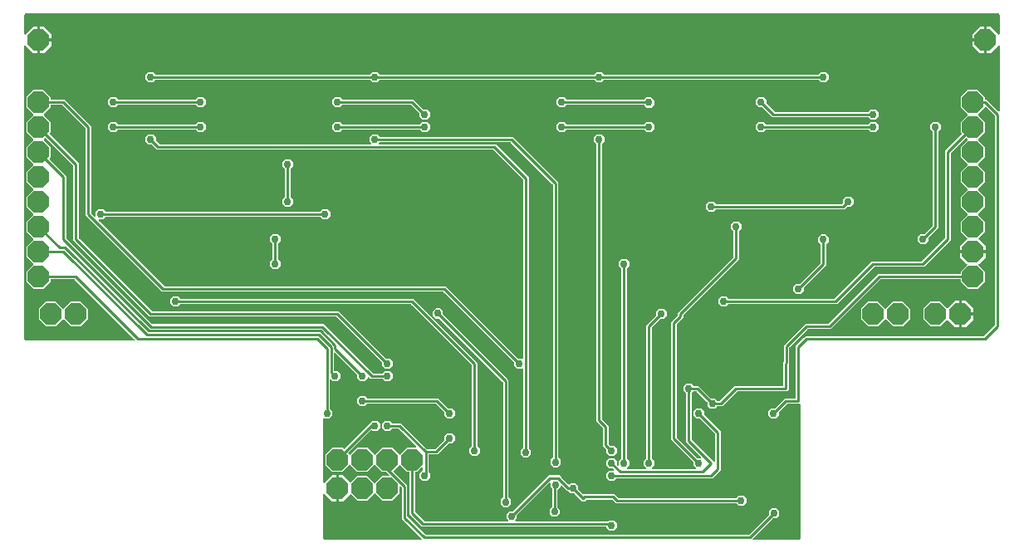
<source format=gbr>
G04 EAGLE Gerber RS-274X export*
G75*
%MOMM*%
%FSLAX34Y34*%
%LPD*%
%INBottom Copper*%
%IPPOS*%
%AMOC8*
5,1,8,0,0,1.08239X$1,22.5*%
G01*
%ADD10P,2.336880X8X22.500000*%
%ADD11C,0.756400*%
%ADD12C,0.254000*%

G36*
X800122Y10926D02*
X800122Y10926D01*
X800160Y10925D01*
X800319Y10938D01*
X800324Y10939D01*
X800330Y10939D01*
X800494Y10973D01*
X800797Y11071D01*
X800828Y11087D01*
X800863Y11096D01*
X801009Y11179D01*
X801266Y11366D01*
X801291Y11391D01*
X801321Y11410D01*
X801434Y11534D01*
X801621Y11791D01*
X801637Y11823D01*
X801660Y11851D01*
X801729Y12003D01*
X801827Y12306D01*
X801828Y12311D01*
X801831Y12317D01*
X801862Y12481D01*
X801875Y12640D01*
X801873Y12662D01*
X801877Y12700D01*
X801877Y148844D01*
X801874Y148864D01*
X801876Y148883D01*
X801854Y148985D01*
X801838Y149087D01*
X801828Y149104D01*
X801824Y149124D01*
X801771Y149213D01*
X801722Y149304D01*
X801708Y149318D01*
X801698Y149335D01*
X801619Y149402D01*
X801544Y149474D01*
X801526Y149482D01*
X801511Y149495D01*
X801415Y149534D01*
X801321Y149577D01*
X801301Y149579D01*
X801283Y149587D01*
X801116Y149605D01*
X788873Y149605D01*
X788783Y149591D01*
X788692Y149583D01*
X788662Y149571D01*
X788630Y149566D01*
X788549Y149523D01*
X788466Y149487D01*
X788433Y149461D01*
X788413Y149450D01*
X788391Y149427D01*
X788335Y149382D01*
X780230Y141277D01*
X780177Y141203D01*
X780117Y141134D01*
X780105Y141104D01*
X780086Y141078D01*
X780059Y140991D01*
X780025Y140906D01*
X780021Y140865D01*
X780014Y140843D01*
X780015Y140810D01*
X780007Y140739D01*
X780007Y137502D01*
X776898Y134393D01*
X772502Y134393D01*
X769393Y137502D01*
X769393Y141898D01*
X772502Y145007D01*
X775739Y145007D01*
X775829Y145021D01*
X775920Y145029D01*
X775950Y145041D01*
X775982Y145046D01*
X776062Y145089D01*
X776146Y145125D01*
X776178Y145151D01*
X776199Y145162D01*
X776221Y145185D01*
X776277Y145230D01*
X784382Y153335D01*
X786242Y155195D01*
X796544Y155195D01*
X796564Y155198D01*
X796583Y155196D01*
X796685Y155218D01*
X796787Y155234D01*
X796804Y155244D01*
X796824Y155248D01*
X796913Y155301D01*
X797004Y155350D01*
X797018Y155364D01*
X797035Y155374D01*
X797102Y155453D01*
X797174Y155528D01*
X797182Y155546D01*
X797195Y155561D01*
X797234Y155657D01*
X797277Y155751D01*
X797279Y155771D01*
X797287Y155789D01*
X797305Y155956D01*
X797305Y208900D01*
X799165Y210760D01*
X805240Y216835D01*
X807100Y218695D01*
X989127Y218695D01*
X989217Y218709D01*
X989308Y218717D01*
X989338Y218729D01*
X989370Y218734D01*
X989451Y218777D01*
X989534Y218813D01*
X989567Y218839D01*
X989587Y218850D01*
X989609Y218873D01*
X989665Y218918D01*
X1000282Y229535D01*
X1000335Y229609D01*
X1000395Y229678D01*
X1000407Y229708D01*
X1000426Y229734D01*
X1000453Y229821D01*
X1000487Y229906D01*
X1000491Y229947D01*
X1000498Y229969D01*
X1000497Y230002D01*
X1000505Y230073D01*
X1000505Y443027D01*
X1000491Y443117D01*
X1000483Y443208D01*
X1000471Y443238D01*
X1000466Y443270D01*
X1000423Y443350D01*
X1000387Y443434D01*
X1000361Y443466D01*
X1000350Y443487D01*
X1000327Y443509D01*
X1000282Y443565D01*
X991519Y452328D01*
X991461Y452370D01*
X991409Y452420D01*
X991362Y452442D01*
X991320Y452472D01*
X991251Y452493D01*
X991186Y452523D01*
X991134Y452529D01*
X991084Y452544D01*
X991013Y452542D01*
X990942Y452550D01*
X990891Y452539D01*
X990839Y452538D01*
X990771Y452513D01*
X990701Y452498D01*
X990656Y452471D01*
X990608Y452453D01*
X990552Y452409D01*
X990490Y452372D01*
X990456Y452332D01*
X990416Y452300D01*
X990403Y452280D01*
X983161Y445038D01*
X983149Y445022D01*
X983134Y445010D01*
X983078Y444922D01*
X983017Y444839D01*
X983012Y444820D01*
X983001Y444803D01*
X982976Y444702D01*
X982945Y444603D01*
X982946Y444584D01*
X982941Y444564D01*
X982949Y444461D01*
X982951Y444358D01*
X982958Y444339D01*
X982960Y444319D01*
X983000Y444224D01*
X983036Y444127D01*
X983048Y444111D01*
X983056Y444093D01*
X983161Y443962D01*
X990220Y436903D01*
X990220Y426697D01*
X983161Y419638D01*
X983149Y419622D01*
X983134Y419610D01*
X983078Y419522D01*
X983017Y419439D01*
X983012Y419420D01*
X983001Y419403D01*
X982976Y419302D01*
X982945Y419203D01*
X982946Y419184D01*
X982941Y419164D01*
X982949Y419061D01*
X982951Y418958D01*
X982958Y418939D01*
X982960Y418919D01*
X983000Y418824D01*
X983036Y418727D01*
X983048Y418711D01*
X983056Y418693D01*
X983161Y418562D01*
X990220Y411503D01*
X990220Y401297D01*
X983161Y394238D01*
X983149Y394222D01*
X983134Y394210D01*
X983078Y394122D01*
X983017Y394039D01*
X983012Y394020D01*
X983001Y394003D01*
X982976Y393902D01*
X982945Y393803D01*
X982946Y393784D01*
X982941Y393764D01*
X982949Y393661D01*
X982951Y393558D01*
X982958Y393539D01*
X982960Y393519D01*
X983000Y393424D01*
X983036Y393327D01*
X983048Y393311D01*
X983056Y393293D01*
X983161Y393162D01*
X990220Y386103D01*
X990220Y375897D01*
X983161Y368838D01*
X983149Y368822D01*
X983134Y368810D01*
X983078Y368722D01*
X983017Y368639D01*
X983012Y368620D01*
X983001Y368603D01*
X982976Y368502D01*
X982945Y368403D01*
X982946Y368384D01*
X982941Y368364D01*
X982949Y368261D01*
X982951Y368158D01*
X982958Y368139D01*
X982960Y368119D01*
X983000Y368024D01*
X983036Y367927D01*
X983048Y367911D01*
X983056Y367893D01*
X983161Y367762D01*
X990220Y360703D01*
X990220Y350497D01*
X983161Y343438D01*
X983149Y343422D01*
X983134Y343410D01*
X983078Y343322D01*
X983017Y343239D01*
X983012Y343220D01*
X983001Y343203D01*
X982976Y343102D01*
X982945Y343003D01*
X982946Y342984D01*
X982941Y342964D01*
X982949Y342861D01*
X982951Y342758D01*
X982958Y342739D01*
X982960Y342719D01*
X983000Y342624D01*
X983036Y342527D01*
X983048Y342511D01*
X983056Y342493D01*
X983161Y342362D01*
X990220Y335303D01*
X990220Y325097D01*
X983879Y318757D01*
X983868Y318741D01*
X983852Y318728D01*
X983796Y318641D01*
X983736Y318557D01*
X983730Y318538D01*
X983719Y318521D01*
X983694Y318421D01*
X983664Y318322D01*
X983664Y318302D01*
X983659Y318283D01*
X983667Y318180D01*
X983670Y318076D01*
X983677Y318057D01*
X983678Y318037D01*
X983719Y317943D01*
X983754Y317845D01*
X983767Y317829D01*
X983775Y317811D01*
X983879Y317680D01*
X991236Y310324D01*
X991236Y306323D01*
X978662Y306323D01*
X978642Y306320D01*
X978623Y306322D01*
X978521Y306300D01*
X978419Y306283D01*
X978402Y306274D01*
X978382Y306270D01*
X978293Y306217D01*
X978202Y306168D01*
X978188Y306154D01*
X978171Y306144D01*
X978104Y306065D01*
X978033Y305990D01*
X978024Y305972D01*
X978011Y305957D01*
X977973Y305861D01*
X977929Y305767D01*
X977927Y305747D01*
X977919Y305729D01*
X977901Y305562D01*
X977901Y304038D01*
X977904Y304018D01*
X977902Y303999D01*
X977924Y303897D01*
X977941Y303795D01*
X977950Y303778D01*
X977954Y303758D01*
X978007Y303669D01*
X978056Y303578D01*
X978070Y303564D01*
X978080Y303547D01*
X978159Y303480D01*
X978234Y303409D01*
X978252Y303400D01*
X978267Y303387D01*
X978363Y303348D01*
X978457Y303305D01*
X978477Y303303D01*
X978495Y303295D01*
X978662Y303277D01*
X991236Y303277D01*
X991236Y299276D01*
X983879Y291920D01*
X983868Y291904D01*
X983852Y291891D01*
X983796Y291804D01*
X983736Y291720D01*
X983730Y291701D01*
X983719Y291684D01*
X983694Y291584D01*
X983664Y291485D01*
X983664Y291465D01*
X983659Y291446D01*
X983667Y291343D01*
X983670Y291239D01*
X983677Y291220D01*
X983678Y291201D01*
X983719Y291106D01*
X983754Y291008D01*
X983767Y290992D01*
X983775Y290974D01*
X983879Y290843D01*
X990220Y284503D01*
X990220Y274297D01*
X983003Y267080D01*
X972797Y267080D01*
X965580Y274297D01*
X965580Y275844D01*
X965577Y275861D01*
X965579Y275877D01*
X965579Y275879D01*
X965579Y275883D01*
X965557Y275985D01*
X965541Y276087D01*
X965531Y276104D01*
X965527Y276124D01*
X965474Y276213D01*
X965425Y276304D01*
X965411Y276318D01*
X965401Y276335D01*
X965322Y276402D01*
X965247Y276474D01*
X965229Y276482D01*
X965214Y276495D01*
X965118Y276534D01*
X965024Y276577D01*
X965004Y276579D01*
X964986Y276587D01*
X964819Y276605D01*
X883955Y276605D01*
X883865Y276591D01*
X883774Y276583D01*
X883744Y276571D01*
X883712Y276566D01*
X883632Y276523D01*
X883548Y276487D01*
X883516Y276461D01*
X883495Y276450D01*
X883489Y276445D01*
X883489Y276444D01*
X883472Y276426D01*
X883417Y276382D01*
X832840Y225805D01*
X809731Y225805D01*
X809641Y225791D01*
X809550Y225783D01*
X809520Y225771D01*
X809488Y225766D01*
X809407Y225723D01*
X809323Y225687D01*
X809291Y225661D01*
X809271Y225650D01*
X809248Y225627D01*
X809193Y225582D01*
X790926Y207315D01*
X790873Y207242D01*
X790813Y207172D01*
X790801Y207142D01*
X790782Y207116D01*
X790755Y207029D01*
X790721Y206944D01*
X790717Y206903D01*
X790710Y206881D01*
X790711Y206848D01*
X790703Y206777D01*
X790703Y189850D01*
X790418Y189565D01*
X790371Y189501D01*
X790355Y189483D01*
X790351Y189476D01*
X790305Y189422D01*
X790293Y189392D01*
X790274Y189366D01*
X790247Y189279D01*
X790213Y189194D01*
X790209Y189153D01*
X790202Y189131D01*
X790203Y189098D01*
X790195Y189027D01*
X790195Y163942D01*
X788558Y162305D01*
X738073Y162305D01*
X737983Y162291D01*
X737892Y162283D01*
X737862Y162271D01*
X737830Y162266D01*
X737750Y162223D01*
X737666Y162187D01*
X737634Y162161D01*
X737613Y162150D01*
X737591Y162127D01*
X737535Y162082D01*
X722518Y147065D01*
X717495Y147065D01*
X717405Y147051D01*
X717314Y147043D01*
X717285Y147031D01*
X717253Y147026D01*
X717172Y146983D01*
X717088Y146947D01*
X717056Y146921D01*
X717035Y146910D01*
X717013Y146887D01*
X716957Y146842D01*
X714668Y144553D01*
X710272Y144553D01*
X707163Y147662D01*
X707163Y150899D01*
X707149Y150989D01*
X707141Y151080D01*
X707129Y151110D01*
X707124Y151142D01*
X707081Y151222D01*
X707045Y151306D01*
X707019Y151338D01*
X707008Y151359D01*
X706985Y151381D01*
X706940Y151437D01*
X696295Y162082D01*
X696221Y162135D01*
X696152Y162195D01*
X696122Y162207D01*
X696096Y162226D01*
X696009Y162253D01*
X695924Y162287D01*
X695883Y162291D01*
X695861Y162298D01*
X695828Y162297D01*
X695757Y162305D01*
X693365Y162305D01*
X693275Y162291D01*
X693184Y162283D01*
X693155Y162271D01*
X693123Y162266D01*
X693042Y162223D01*
X692958Y162187D01*
X692926Y162161D01*
X692905Y162150D01*
X692883Y162127D01*
X692827Y162082D01*
X691358Y160613D01*
X691305Y160539D01*
X691245Y160469D01*
X691233Y160439D01*
X691214Y160413D01*
X691187Y160326D01*
X691153Y160241D01*
X691149Y160200D01*
X691142Y160178D01*
X691143Y160146D01*
X691135Y160075D01*
X691135Y113233D01*
X691149Y113143D01*
X691157Y113052D01*
X691169Y113022D01*
X691174Y112990D01*
X691217Y112910D01*
X691253Y112826D01*
X691279Y112794D01*
X691290Y112773D01*
X691313Y112751D01*
X691358Y112695D01*
X712135Y91918D01*
X713682Y90371D01*
X713740Y90329D01*
X713792Y90279D01*
X713839Y90257D01*
X713881Y90227D01*
X713950Y90206D01*
X714015Y90176D01*
X714067Y90170D01*
X714117Y90155D01*
X714188Y90157D01*
X714259Y90149D01*
X714310Y90160D01*
X714362Y90161D01*
X714430Y90186D01*
X714500Y90201D01*
X714545Y90228D01*
X714593Y90246D01*
X714649Y90290D01*
X714711Y90327D01*
X714745Y90367D01*
X714785Y90399D01*
X714824Y90460D01*
X714871Y90514D01*
X714890Y90562D01*
X714918Y90606D01*
X714936Y90676D01*
X714963Y90742D01*
X714971Y90814D01*
X714979Y90845D01*
X714977Y90868D01*
X714981Y90909D01*
X714981Y118951D01*
X714967Y119041D01*
X714959Y119132D01*
X714947Y119162D01*
X714942Y119194D01*
X714899Y119274D01*
X714863Y119358D01*
X714837Y119390D01*
X714826Y119411D01*
X714803Y119433D01*
X714758Y119489D01*
X700077Y134170D01*
X700003Y134223D01*
X699934Y134283D01*
X699904Y134295D01*
X699878Y134314D01*
X699791Y134341D01*
X699706Y134375D01*
X699665Y134379D01*
X699643Y134386D01*
X699610Y134385D01*
X699539Y134393D01*
X696302Y134393D01*
X693193Y137502D01*
X693193Y141898D01*
X696302Y145007D01*
X700698Y145007D01*
X703807Y141898D01*
X703807Y138661D01*
X703821Y138571D01*
X703829Y138480D01*
X703841Y138450D01*
X703846Y138418D01*
X703889Y138338D01*
X703925Y138254D01*
X703951Y138222D01*
X703962Y138201D01*
X703985Y138179D01*
X704030Y138123D01*
X720571Y121582D01*
X720571Y81618D01*
X712358Y73405D01*
X614625Y73405D01*
X614535Y73391D01*
X614444Y73383D01*
X614415Y73371D01*
X614383Y73366D01*
X614302Y73323D01*
X614218Y73287D01*
X614186Y73261D01*
X614165Y73250D01*
X614143Y73227D01*
X614087Y73182D01*
X611798Y70893D01*
X607402Y70893D01*
X604293Y74002D01*
X604293Y78398D01*
X607402Y81507D01*
X611203Y81507D01*
X611274Y81518D01*
X611346Y81520D01*
X611395Y81538D01*
X611446Y81546D01*
X611509Y81580D01*
X611577Y81605D01*
X611617Y81637D01*
X611663Y81662D01*
X611713Y81714D01*
X611769Y81758D01*
X611797Y81802D01*
X611833Y81840D01*
X611863Y81905D01*
X611902Y81965D01*
X611914Y82016D01*
X611936Y82063D01*
X611944Y82134D01*
X611962Y82204D01*
X611958Y82256D01*
X611963Y82307D01*
X611948Y82378D01*
X611943Y82449D01*
X611922Y82497D01*
X611911Y82548D01*
X611874Y82609D01*
X611846Y82675D01*
X611801Y82731D01*
X611785Y82759D01*
X611767Y82774D01*
X611741Y82806D01*
X611177Y83370D01*
X611103Y83424D01*
X611034Y83483D01*
X611004Y83495D01*
X610978Y83514D01*
X610890Y83541D01*
X610806Y83575D01*
X610765Y83579D01*
X610742Y83586D01*
X610710Y83585D01*
X610639Y83593D01*
X607402Y83593D01*
X604293Y86702D01*
X604293Y91098D01*
X607402Y94207D01*
X611798Y94207D01*
X614907Y91098D01*
X614907Y87861D01*
X614921Y87771D01*
X614929Y87680D01*
X614941Y87650D01*
X614946Y87618D01*
X614989Y87538D01*
X615025Y87454D01*
X615051Y87421D01*
X615062Y87401D01*
X615085Y87379D01*
X615130Y87323D01*
X615694Y86759D01*
X615752Y86717D01*
X615804Y86667D01*
X615851Y86645D01*
X615893Y86615D01*
X615962Y86594D01*
X616027Y86564D01*
X616079Y86558D01*
X616129Y86543D01*
X616200Y86545D01*
X616271Y86537D01*
X616322Y86548D01*
X616374Y86549D01*
X616442Y86574D01*
X616512Y86589D01*
X616557Y86616D01*
X616605Y86634D01*
X616661Y86678D01*
X616723Y86715D01*
X616757Y86755D01*
X616797Y86787D01*
X616836Y86847D01*
X616883Y86902D01*
X616902Y86950D01*
X616930Y86994D01*
X616948Y87063D01*
X616975Y87130D01*
X616983Y87201D01*
X616991Y87233D01*
X616989Y87256D01*
X616993Y87297D01*
X616993Y91204D01*
X619282Y93493D01*
X619335Y93567D01*
X619395Y93637D01*
X619407Y93667D01*
X619426Y93693D01*
X619453Y93780D01*
X619487Y93865D01*
X619491Y93906D01*
X619498Y93928D01*
X619497Y93960D01*
X619505Y94031D01*
X619505Y287075D01*
X619491Y287165D01*
X619483Y287256D01*
X619471Y287285D01*
X619466Y287317D01*
X619423Y287398D01*
X619387Y287482D01*
X619361Y287514D01*
X619350Y287535D01*
X619327Y287557D01*
X619282Y287613D01*
X616993Y289902D01*
X616993Y294298D01*
X620102Y297407D01*
X624498Y297407D01*
X627607Y294298D01*
X627607Y289902D01*
X625318Y287613D01*
X625265Y287539D01*
X625205Y287469D01*
X625193Y287439D01*
X625174Y287413D01*
X625147Y287326D01*
X625113Y287241D01*
X625109Y287200D01*
X625102Y287178D01*
X625103Y287146D01*
X625095Y287075D01*
X625095Y94031D01*
X625109Y93941D01*
X625117Y93850D01*
X625129Y93821D01*
X625134Y93789D01*
X625177Y93708D01*
X625213Y93624D01*
X625239Y93592D01*
X625250Y93571D01*
X625273Y93549D01*
X625318Y93493D01*
X627607Y91204D01*
X627607Y86808D01*
X625157Y84358D01*
X625115Y84300D01*
X625066Y84248D01*
X625044Y84201D01*
X625014Y84159D01*
X624992Y84090D01*
X624962Y84025D01*
X624957Y83973D01*
X624941Y83923D01*
X624943Y83852D01*
X624935Y83781D01*
X624946Y83730D01*
X624948Y83678D01*
X624972Y83610D01*
X624987Y83540D01*
X625014Y83495D01*
X625032Y83447D01*
X625077Y83391D01*
X625114Y83329D01*
X625153Y83295D01*
X625186Y83255D01*
X625246Y83216D01*
X625301Y83169D01*
X625349Y83150D01*
X625393Y83122D01*
X625462Y83104D01*
X625529Y83077D01*
X625600Y83069D01*
X625631Y83061D01*
X625654Y83063D01*
X625695Y83059D01*
X644199Y83059D01*
X644269Y83070D01*
X644341Y83072D01*
X644390Y83090D01*
X644441Y83098D01*
X644505Y83132D01*
X644572Y83157D01*
X644613Y83189D01*
X644659Y83214D01*
X644708Y83266D01*
X644764Y83310D01*
X644792Y83354D01*
X644828Y83392D01*
X644858Y83457D01*
X644897Y83517D01*
X644910Y83568D01*
X644932Y83615D01*
X644940Y83686D01*
X644957Y83756D01*
X644953Y83808D01*
X644959Y83859D01*
X644944Y83930D01*
X644938Y84001D01*
X644918Y84049D01*
X644907Y84100D01*
X644870Y84161D01*
X644842Y84227D01*
X644797Y84283D01*
X644780Y84311D01*
X644763Y84326D01*
X644737Y84358D01*
X642393Y86702D01*
X642393Y91098D01*
X644682Y93387D01*
X644728Y93451D01*
X644747Y93471D01*
X644751Y93479D01*
X644795Y93531D01*
X644807Y93561D01*
X644826Y93587D01*
X644853Y93674D01*
X644887Y93759D01*
X644891Y93800D01*
X644898Y93822D01*
X644897Y93854D01*
X644905Y93925D01*
X644905Y229758D01*
X654870Y239723D01*
X654923Y239797D01*
X654983Y239866D01*
X654995Y239896D01*
X655014Y239922D01*
X655041Y240009D01*
X655075Y240094D01*
X655079Y240135D01*
X655086Y240157D01*
X655085Y240190D01*
X655093Y240261D01*
X655093Y243498D01*
X658202Y246607D01*
X662598Y246607D01*
X665707Y243498D01*
X665707Y239102D01*
X662598Y235993D01*
X659361Y235993D01*
X659271Y235979D01*
X659180Y235971D01*
X659150Y235959D01*
X659118Y235954D01*
X659038Y235911D01*
X658954Y235875D01*
X658922Y235849D01*
X658901Y235838D01*
X658879Y235815D01*
X658823Y235770D01*
X650718Y227665D01*
X650665Y227591D01*
X650605Y227522D01*
X650593Y227492D01*
X650574Y227466D01*
X650547Y227379D01*
X650538Y227355D01*
X650523Y227323D01*
X650522Y227316D01*
X650513Y227294D01*
X650509Y227253D01*
X650502Y227231D01*
X650503Y227198D01*
X650495Y227127D01*
X650495Y93925D01*
X650509Y93835D01*
X650517Y93744D01*
X650529Y93715D01*
X650534Y93683D01*
X650577Y93602D01*
X650613Y93518D01*
X650639Y93486D01*
X650650Y93465D01*
X650673Y93443D01*
X650700Y93410D01*
X650701Y93408D01*
X650702Y93407D01*
X650718Y93387D01*
X653007Y91098D01*
X653007Y86702D01*
X650663Y84358D01*
X650621Y84300D01*
X650572Y84248D01*
X650550Y84201D01*
X650520Y84159D01*
X650498Y84090D01*
X650468Y84025D01*
X650463Y83973D01*
X650447Y83923D01*
X650449Y83852D01*
X650441Y83781D01*
X650452Y83730D01*
X650454Y83678D01*
X650478Y83610D01*
X650493Y83540D01*
X650520Y83495D01*
X650538Y83447D01*
X650583Y83391D01*
X650620Y83329D01*
X650659Y83295D01*
X650692Y83255D01*
X650752Y83216D01*
X650807Y83169D01*
X650855Y83150D01*
X650899Y83122D01*
X650968Y83104D01*
X651035Y83077D01*
X651106Y83069D01*
X651137Y83061D01*
X651160Y83063D01*
X651201Y83059D01*
X694999Y83059D01*
X695069Y83070D01*
X695141Y83072D01*
X695190Y83090D01*
X695241Y83098D01*
X695305Y83132D01*
X695372Y83157D01*
X695413Y83189D01*
X695459Y83214D01*
X695508Y83266D01*
X695564Y83310D01*
X695592Y83354D01*
X695628Y83392D01*
X695658Y83457D01*
X695697Y83517D01*
X695710Y83568D01*
X695732Y83615D01*
X695740Y83686D01*
X695757Y83756D01*
X695753Y83808D01*
X695759Y83859D01*
X695744Y83930D01*
X695738Y84001D01*
X695718Y84049D01*
X695707Y84100D01*
X695670Y84161D01*
X695642Y84227D01*
X695597Y84283D01*
X695580Y84311D01*
X695563Y84326D01*
X695537Y84358D01*
X693193Y86702D01*
X693193Y89939D01*
X693179Y90029D01*
X693171Y90120D01*
X693159Y90150D01*
X693154Y90182D01*
X693111Y90262D01*
X693075Y90346D01*
X693049Y90378D01*
X693038Y90399D01*
X693015Y90421D01*
X692970Y90477D01*
X670305Y113142D01*
X670305Y233158D01*
X676658Y239511D01*
X676711Y239585D01*
X676771Y239654D01*
X676783Y239684D01*
X676802Y239711D01*
X676829Y239797D01*
X676840Y239825D01*
X676853Y239854D01*
X676854Y239860D01*
X676863Y239882D01*
X676867Y239923D01*
X676874Y239946D01*
X676873Y239978D01*
X676881Y240049D01*
X676881Y242458D01*
X733582Y299159D01*
X733635Y299233D01*
X733695Y299302D01*
X733707Y299332D01*
X733726Y299358D01*
X733753Y299445D01*
X733787Y299530D01*
X733791Y299571D01*
X733798Y299593D01*
X733797Y299626D01*
X733805Y299697D01*
X733805Y325175D01*
X733791Y325265D01*
X733783Y325356D01*
X733771Y325385D01*
X733766Y325417D01*
X733723Y325498D01*
X733687Y325582D01*
X733661Y325614D01*
X733650Y325635D01*
X733627Y325657D01*
X733582Y325713D01*
X731293Y328002D01*
X731293Y332398D01*
X734402Y335507D01*
X738798Y335507D01*
X741907Y332398D01*
X741907Y328002D01*
X739618Y325713D01*
X739565Y325639D01*
X739505Y325569D01*
X739493Y325539D01*
X739474Y325513D01*
X739447Y325426D01*
X739413Y325341D01*
X739409Y325300D01*
X739402Y325278D01*
X739403Y325246D01*
X739395Y325175D01*
X739395Y297066D01*
X682694Y240365D01*
X682641Y240291D01*
X682581Y240222D01*
X682569Y240192D01*
X682550Y240166D01*
X682523Y240079D01*
X682489Y239994D01*
X682485Y239953D01*
X682478Y239931D01*
X682479Y239898D01*
X682471Y239827D01*
X682471Y237418D01*
X676118Y231065D01*
X676065Y230992D01*
X676005Y230922D01*
X675993Y230892D01*
X675974Y230866D01*
X675947Y230779D01*
X675913Y230694D01*
X675909Y230653D01*
X675902Y230631D01*
X675903Y230598D01*
X675895Y230527D01*
X675895Y115773D01*
X675909Y115683D01*
X675917Y115592D01*
X675929Y115562D01*
X675934Y115530D01*
X675977Y115450D01*
X676013Y115366D01*
X676039Y115334D01*
X676050Y115313D01*
X676073Y115291D01*
X676118Y115235D01*
X696923Y94430D01*
X696997Y94377D01*
X697066Y94317D01*
X697096Y94305D01*
X697122Y94286D01*
X697209Y94259D01*
X697294Y94225D01*
X697335Y94221D01*
X697357Y94214D01*
X697390Y94215D01*
X697461Y94207D01*
X700103Y94207D01*
X700174Y94218D01*
X700246Y94220D01*
X700295Y94238D01*
X700346Y94246D01*
X700409Y94280D01*
X700477Y94305D01*
X700517Y94337D01*
X700563Y94362D01*
X700613Y94414D01*
X700669Y94458D01*
X700697Y94502D01*
X700733Y94540D01*
X700763Y94605D01*
X700802Y94665D01*
X700814Y94716D01*
X700836Y94763D01*
X700844Y94834D01*
X700862Y94904D01*
X700858Y94956D01*
X700863Y95007D01*
X700848Y95078D01*
X700843Y95149D01*
X700822Y95197D01*
X700811Y95248D01*
X700774Y95309D01*
X700746Y95375D01*
X700701Y95431D01*
X700685Y95459D01*
X700667Y95474D01*
X700641Y95506D01*
X685545Y110602D01*
X685545Y160075D01*
X685531Y160165D01*
X685523Y160256D01*
X685511Y160285D01*
X685506Y160317D01*
X685463Y160398D01*
X685427Y160482D01*
X685401Y160514D01*
X685390Y160535D01*
X685367Y160557D01*
X685322Y160613D01*
X683033Y162902D01*
X683033Y167298D01*
X686142Y170407D01*
X690538Y170407D01*
X692827Y168118D01*
X692901Y168065D01*
X692971Y168005D01*
X693001Y167993D01*
X693027Y167974D01*
X693114Y167947D01*
X693199Y167913D01*
X693240Y167909D01*
X693262Y167902D01*
X693294Y167903D01*
X693365Y167895D01*
X698388Y167895D01*
X710893Y155390D01*
X710967Y155337D01*
X711036Y155277D01*
X711066Y155265D01*
X711092Y155246D01*
X711179Y155219D01*
X711264Y155185D01*
X711305Y155181D01*
X711327Y155174D01*
X711360Y155175D01*
X711431Y155167D01*
X714668Y155167D01*
X716957Y152878D01*
X717031Y152825D01*
X717101Y152765D01*
X717131Y152753D01*
X717157Y152734D01*
X717244Y152707D01*
X717329Y152673D01*
X717370Y152669D01*
X717392Y152662D01*
X717424Y152663D01*
X717495Y152655D01*
X719887Y152655D01*
X719977Y152669D01*
X720068Y152677D01*
X720098Y152689D01*
X720130Y152694D01*
X720210Y152737D01*
X720294Y152773D01*
X720326Y152799D01*
X720347Y152810D01*
X720369Y152833D01*
X720425Y152878D01*
X735442Y167895D01*
X783844Y167895D01*
X783864Y167898D01*
X783883Y167896D01*
X783985Y167918D01*
X784087Y167934D01*
X784104Y167944D01*
X784124Y167948D01*
X784213Y168001D01*
X784304Y168050D01*
X784318Y168064D01*
X784335Y168074D01*
X784402Y168153D01*
X784474Y168228D01*
X784482Y168246D01*
X784495Y168261D01*
X784534Y168357D01*
X784577Y168451D01*
X784579Y168471D01*
X784587Y168489D01*
X784605Y168656D01*
X784605Y191658D01*
X784890Y191943D01*
X784943Y192017D01*
X785003Y192086D01*
X785015Y192116D01*
X785034Y192142D01*
X785061Y192229D01*
X785095Y192314D01*
X785099Y192355D01*
X785106Y192377D01*
X785105Y192410D01*
X785113Y192481D01*
X785113Y209408D01*
X805240Y229535D01*
X807100Y231395D01*
X830209Y231395D01*
X830299Y231409D01*
X830390Y231417D01*
X830420Y231429D01*
X830452Y231434D01*
X830533Y231477D01*
X830617Y231513D01*
X830649Y231539D01*
X830669Y231550D01*
X830692Y231573D01*
X830748Y231618D01*
X881325Y282195D01*
X964819Y282195D01*
X964839Y282198D01*
X964858Y282196D01*
X964960Y282218D01*
X965062Y282234D01*
X965079Y282244D01*
X965099Y282248D01*
X965188Y282301D01*
X965279Y282350D01*
X965293Y282364D01*
X965310Y282374D01*
X965377Y282453D01*
X965449Y282528D01*
X965457Y282546D01*
X965470Y282561D01*
X965509Y282657D01*
X965552Y282751D01*
X965554Y282771D01*
X965562Y282789D01*
X965580Y282956D01*
X965580Y284503D01*
X971921Y290843D01*
X971932Y290859D01*
X971948Y290872D01*
X972004Y290959D01*
X972064Y291043D01*
X972070Y291062D01*
X972081Y291079D01*
X972106Y291179D01*
X972136Y291278D01*
X972136Y291298D01*
X972141Y291317D01*
X972133Y291420D01*
X972130Y291524D01*
X972123Y291543D01*
X972122Y291563D01*
X972081Y291657D01*
X972046Y291755D01*
X972033Y291771D01*
X972025Y291789D01*
X971921Y291920D01*
X964564Y299276D01*
X964564Y303277D01*
X977138Y303277D01*
X977158Y303280D01*
X977177Y303278D01*
X977279Y303300D01*
X977381Y303317D01*
X977398Y303326D01*
X977418Y303330D01*
X977507Y303383D01*
X977598Y303432D01*
X977612Y303446D01*
X977629Y303456D01*
X977696Y303535D01*
X977767Y303610D01*
X977776Y303628D01*
X977789Y303643D01*
X977827Y303739D01*
X977871Y303833D01*
X977873Y303853D01*
X977881Y303871D01*
X977899Y304038D01*
X977899Y305562D01*
X977896Y305582D01*
X977898Y305601D01*
X977876Y305703D01*
X977859Y305805D01*
X977850Y305822D01*
X977846Y305842D01*
X977793Y305931D01*
X977744Y306022D01*
X977730Y306036D01*
X977720Y306053D01*
X977641Y306120D01*
X977566Y306191D01*
X977548Y306200D01*
X977533Y306213D01*
X977437Y306252D01*
X977343Y306295D01*
X977323Y306297D01*
X977305Y306305D01*
X977138Y306323D01*
X964564Y306323D01*
X964564Y310324D01*
X971921Y317680D01*
X971932Y317696D01*
X971948Y317709D01*
X972004Y317796D01*
X972064Y317880D01*
X972070Y317899D01*
X972081Y317916D01*
X972106Y318016D01*
X972136Y318115D01*
X972136Y318135D01*
X972141Y318154D01*
X972133Y318257D01*
X972130Y318361D01*
X972123Y318380D01*
X972122Y318399D01*
X972081Y318494D01*
X972046Y318592D01*
X972033Y318607D01*
X972025Y318626D01*
X971921Y318757D01*
X965580Y325097D01*
X965580Y335303D01*
X972639Y342362D01*
X972651Y342378D01*
X972666Y342390D01*
X972722Y342478D01*
X972783Y342561D01*
X972788Y342580D01*
X972799Y342597D01*
X972824Y342698D01*
X972855Y342797D01*
X972854Y342816D01*
X972859Y342836D01*
X972851Y342939D01*
X972849Y343042D01*
X972842Y343061D01*
X972840Y343081D01*
X972800Y343176D01*
X972764Y343273D01*
X972752Y343289D01*
X972744Y343307D01*
X972639Y343438D01*
X965580Y350497D01*
X965580Y360703D01*
X972639Y367762D01*
X972651Y367778D01*
X972666Y367790D01*
X972722Y367878D01*
X972783Y367961D01*
X972788Y367980D01*
X972799Y367997D01*
X972824Y368098D01*
X972855Y368197D01*
X972854Y368216D01*
X972859Y368236D01*
X972851Y368339D01*
X972849Y368442D01*
X972842Y368461D01*
X972840Y368481D01*
X972800Y368576D01*
X972764Y368673D01*
X972752Y368689D01*
X972744Y368707D01*
X972639Y368838D01*
X965580Y375897D01*
X965580Y386103D01*
X972639Y393162D01*
X972651Y393178D01*
X972666Y393190D01*
X972722Y393278D01*
X972783Y393361D01*
X972788Y393380D01*
X972799Y393397D01*
X972824Y393498D01*
X972855Y393597D01*
X972854Y393616D01*
X972859Y393636D01*
X972851Y393739D01*
X972849Y393842D01*
X972842Y393861D01*
X972840Y393881D01*
X972800Y393976D01*
X972764Y394073D01*
X972752Y394089D01*
X972744Y394107D01*
X972639Y394238D01*
X965580Y401297D01*
X965580Y411503D01*
X972639Y418562D01*
X972651Y418578D01*
X972666Y418590D01*
X972722Y418678D01*
X972783Y418761D01*
X972788Y418780D01*
X972799Y418797D01*
X972824Y418898D01*
X972855Y418997D01*
X972854Y419016D01*
X972859Y419036D01*
X972851Y419139D01*
X972849Y419242D01*
X972842Y419261D01*
X972840Y419281D01*
X972800Y419376D01*
X972764Y419473D01*
X972752Y419489D01*
X972744Y419507D01*
X972639Y419638D01*
X971703Y420574D01*
X971687Y420586D01*
X971674Y420601D01*
X971587Y420658D01*
X971503Y420718D01*
X971484Y420724D01*
X971468Y420734D01*
X971367Y420760D01*
X971268Y420790D01*
X971248Y420790D01*
X971229Y420794D01*
X971126Y420786D01*
X971022Y420784D01*
X971004Y420777D01*
X970984Y420775D01*
X970889Y420735D01*
X970791Y420699D01*
X970776Y420687D01*
X970758Y420679D01*
X970627Y420574D01*
X955518Y405465D01*
X955465Y405391D01*
X955405Y405322D01*
X955393Y405292D01*
X955374Y405266D01*
X955347Y405179D01*
X955313Y405094D01*
X955309Y405053D01*
X955302Y405031D01*
X955303Y404998D01*
X955295Y404927D01*
X955295Y316342D01*
X928258Y289305D01*
X877773Y289305D01*
X877683Y289291D01*
X877592Y289283D01*
X877562Y289271D01*
X877530Y289266D01*
X877450Y289223D01*
X877366Y289187D01*
X877334Y289161D01*
X877313Y289150D01*
X877291Y289127D01*
X877235Y289082D01*
X839358Y251205D01*
X728925Y251205D01*
X728835Y251191D01*
X728744Y251183D01*
X728715Y251171D01*
X728683Y251166D01*
X728602Y251123D01*
X728518Y251087D01*
X728486Y251061D01*
X728465Y251050D01*
X728443Y251027D01*
X728387Y250982D01*
X726098Y248693D01*
X721702Y248693D01*
X718593Y251802D01*
X718593Y256198D01*
X721702Y259307D01*
X726098Y259307D01*
X728387Y257018D01*
X728461Y256965D01*
X728531Y256905D01*
X728561Y256893D01*
X728587Y256874D01*
X728674Y256847D01*
X728759Y256813D01*
X728800Y256809D01*
X728822Y256802D01*
X728854Y256803D01*
X728925Y256795D01*
X836727Y256795D01*
X836817Y256809D01*
X836908Y256817D01*
X836938Y256829D01*
X836970Y256834D01*
X837050Y256877D01*
X837134Y256913D01*
X837166Y256939D01*
X837187Y256950D01*
X837198Y256961D01*
X837199Y256961D01*
X837212Y256975D01*
X837265Y257018D01*
X875142Y294895D01*
X925627Y294895D01*
X925717Y294909D01*
X925808Y294917D01*
X925838Y294929D01*
X925870Y294934D01*
X925950Y294977D01*
X926034Y295013D01*
X926066Y295039D01*
X926087Y295050D01*
X926109Y295073D01*
X926165Y295118D01*
X949482Y318435D01*
X949535Y318509D01*
X949595Y318578D01*
X949607Y318608D01*
X949626Y318634D01*
X949653Y318721D01*
X949687Y318806D01*
X949691Y318847D01*
X949698Y318869D01*
X949697Y318902D01*
X949705Y318973D01*
X949705Y407558D01*
X951565Y409418D01*
X966674Y424527D01*
X966686Y424543D01*
X966701Y424555D01*
X966732Y424603D01*
X966743Y424615D01*
X966753Y424636D01*
X966758Y424643D01*
X966818Y424726D01*
X966824Y424745D01*
X966834Y424762D01*
X966860Y424863D01*
X966890Y424961D01*
X966890Y424981D01*
X966894Y425001D01*
X966886Y425104D01*
X966884Y425207D01*
X966877Y425226D01*
X966875Y425246D01*
X966835Y425341D01*
X966799Y425438D01*
X966787Y425454D01*
X966779Y425472D01*
X966674Y425603D01*
X965580Y426697D01*
X965580Y436903D01*
X972639Y443962D01*
X972651Y443978D01*
X972666Y443990D01*
X972722Y444078D01*
X972783Y444161D01*
X972788Y444180D01*
X972799Y444197D01*
X972824Y444298D01*
X972855Y444397D01*
X972854Y444416D01*
X972859Y444436D01*
X972851Y444539D01*
X972849Y444642D01*
X972842Y444661D01*
X972840Y444681D01*
X972800Y444776D01*
X972764Y444873D01*
X972752Y444889D01*
X972744Y444907D01*
X972639Y445038D01*
X965580Y452097D01*
X965580Y462303D01*
X972797Y469520D01*
X983003Y469520D01*
X990220Y462303D01*
X990220Y460756D01*
X990223Y460736D01*
X990221Y460717D01*
X990243Y460615D01*
X990259Y460513D01*
X990269Y460496D01*
X990273Y460476D01*
X990326Y460387D01*
X990375Y460296D01*
X990389Y460282D01*
X990399Y460265D01*
X990478Y460198D01*
X990553Y460126D01*
X990571Y460118D01*
X990586Y460105D01*
X990682Y460066D01*
X990776Y460023D01*
X990796Y460021D01*
X990814Y460013D01*
X990981Y459995D01*
X991758Y459995D01*
X993618Y458135D01*
X1003778Y447975D01*
X1003836Y447933D01*
X1003888Y447883D01*
X1003935Y447861D01*
X1003977Y447831D01*
X1004046Y447810D01*
X1004111Y447780D01*
X1004163Y447774D01*
X1004213Y447759D01*
X1004284Y447761D01*
X1004355Y447753D01*
X1004406Y447764D01*
X1004458Y447765D01*
X1004526Y447790D01*
X1004596Y447805D01*
X1004641Y447832D01*
X1004689Y447850D01*
X1004745Y447894D01*
X1004807Y447931D01*
X1004841Y447971D01*
X1004881Y448003D01*
X1004920Y448064D01*
X1004967Y448118D01*
X1004986Y448166D01*
X1005014Y448210D01*
X1005032Y448280D01*
X1005059Y448346D01*
X1005067Y448418D01*
X1005075Y448449D01*
X1005073Y448472D01*
X1005077Y448513D01*
X1005077Y514480D01*
X1005066Y514551D01*
X1005064Y514622D01*
X1005046Y514671D01*
X1005038Y514723D01*
X1005004Y514786D01*
X1004979Y514853D01*
X1004947Y514894D01*
X1004922Y514940D01*
X1004870Y514989D01*
X1004826Y515045D01*
X1004782Y515074D01*
X1004744Y515109D01*
X1004679Y515140D01*
X1004619Y515178D01*
X1004568Y515191D01*
X1004521Y515213D01*
X1004450Y515221D01*
X1004380Y515238D01*
X1004328Y515234D01*
X1004277Y515240D01*
X1004206Y515225D01*
X1004135Y515219D01*
X1004087Y515199D01*
X1004036Y515188D01*
X1003975Y515151D01*
X1003909Y515123D01*
X1003853Y515078D01*
X1003825Y515062D01*
X1003810Y515044D01*
X1003778Y515018D01*
X996124Y507364D01*
X992123Y507364D01*
X992123Y519938D01*
X992120Y519958D01*
X992122Y519977D01*
X992100Y520079D01*
X992083Y520181D01*
X992074Y520198D01*
X992070Y520218D01*
X992017Y520307D01*
X991968Y520398D01*
X991954Y520412D01*
X991944Y520429D01*
X991865Y520496D01*
X991790Y520567D01*
X991772Y520576D01*
X991757Y520589D01*
X991661Y520627D01*
X991567Y520671D01*
X991547Y520673D01*
X991529Y520681D01*
X991362Y520699D01*
X990599Y520699D01*
X990599Y520701D01*
X991362Y520701D01*
X991382Y520704D01*
X991401Y520702D01*
X991503Y520724D01*
X991605Y520741D01*
X991622Y520750D01*
X991642Y520754D01*
X991731Y520807D01*
X991822Y520856D01*
X991836Y520870D01*
X991853Y520880D01*
X991920Y520959D01*
X991991Y521034D01*
X992000Y521052D01*
X992013Y521067D01*
X992052Y521163D01*
X992095Y521257D01*
X992097Y521277D01*
X992105Y521295D01*
X992123Y521462D01*
X992123Y534036D01*
X996124Y534036D01*
X1003778Y526382D01*
X1003836Y526340D01*
X1003888Y526291D01*
X1003935Y526269D01*
X1003977Y526238D01*
X1004046Y526217D01*
X1004111Y526187D01*
X1004163Y526181D01*
X1004213Y526166D01*
X1004284Y526168D01*
X1004355Y526160D01*
X1004406Y526171D01*
X1004458Y526172D01*
X1004526Y526197D01*
X1004596Y526212D01*
X1004641Y526239D01*
X1004689Y526257D01*
X1004745Y526302D01*
X1004807Y526338D01*
X1004841Y526378D01*
X1004881Y526410D01*
X1004920Y526471D01*
X1004967Y526525D01*
X1004986Y526574D01*
X1005014Y526617D01*
X1005032Y526687D01*
X1005059Y526753D01*
X1005067Y526825D01*
X1005075Y526856D01*
X1005073Y526879D01*
X1005077Y526920D01*
X1005077Y546100D01*
X1005075Y546112D01*
X1005076Y546121D01*
X1005074Y546131D01*
X1005075Y546160D01*
X1005062Y546319D01*
X1005061Y546324D01*
X1005061Y546330D01*
X1005027Y546494D01*
X1004929Y546797D01*
X1004913Y546828D01*
X1004904Y546863D01*
X1004821Y547009D01*
X1004634Y547266D01*
X1004609Y547291D01*
X1004590Y547321D01*
X1004466Y547434D01*
X1004209Y547621D01*
X1004177Y547637D01*
X1004149Y547660D01*
X1003997Y547729D01*
X1003694Y547827D01*
X1003689Y547828D01*
X1003683Y547831D01*
X1003519Y547862D01*
X1003360Y547875D01*
X1003338Y547873D01*
X1003300Y547877D01*
X12700Y547877D01*
X12678Y547874D01*
X12640Y547875D01*
X12481Y547862D01*
X12476Y547861D01*
X12470Y547861D01*
X12306Y547827D01*
X12003Y547729D01*
X11972Y547713D01*
X11937Y547704D01*
X11791Y547621D01*
X11534Y547434D01*
X11509Y547409D01*
X11479Y547390D01*
X11366Y547266D01*
X11179Y547009D01*
X11163Y546977D01*
X11140Y546949D01*
X11071Y546797D01*
X10973Y546494D01*
X10972Y546489D01*
X10969Y546483D01*
X10938Y546319D01*
X10925Y546160D01*
X10927Y546138D01*
X10923Y546100D01*
X10923Y526920D01*
X10934Y526849D01*
X10936Y526778D01*
X10954Y526729D01*
X10962Y526677D01*
X10996Y526614D01*
X11021Y526547D01*
X11053Y526506D01*
X11078Y526460D01*
X11130Y526411D01*
X11174Y526355D01*
X11218Y526326D01*
X11256Y526291D01*
X11321Y526260D01*
X11381Y526222D01*
X11432Y526209D01*
X11479Y526187D01*
X11550Y526179D01*
X11620Y526162D01*
X11672Y526166D01*
X11723Y526160D01*
X11794Y526175D01*
X11865Y526181D01*
X11913Y526201D01*
X11964Y526212D01*
X12025Y526249D01*
X12091Y526277D01*
X12147Y526322D01*
X12175Y526338D01*
X12190Y526356D01*
X12222Y526382D01*
X19876Y534036D01*
X23877Y534036D01*
X23877Y521462D01*
X23880Y521442D01*
X23878Y521423D01*
X23900Y521321D01*
X23917Y521219D01*
X23926Y521202D01*
X23930Y521182D01*
X23983Y521093D01*
X24032Y521002D01*
X24046Y520988D01*
X24056Y520971D01*
X24135Y520904D01*
X24210Y520833D01*
X24228Y520824D01*
X24243Y520811D01*
X24339Y520773D01*
X24433Y520729D01*
X24453Y520727D01*
X24471Y520719D01*
X24638Y520701D01*
X25401Y520701D01*
X25401Y520699D01*
X24638Y520699D01*
X24618Y520696D01*
X24599Y520698D01*
X24497Y520676D01*
X24395Y520659D01*
X24378Y520650D01*
X24358Y520646D01*
X24269Y520593D01*
X24178Y520544D01*
X24164Y520530D01*
X24147Y520520D01*
X24080Y520441D01*
X24009Y520366D01*
X24000Y520348D01*
X23987Y520333D01*
X23948Y520237D01*
X23905Y520143D01*
X23903Y520123D01*
X23895Y520105D01*
X23877Y519938D01*
X23877Y507364D01*
X19876Y507364D01*
X12222Y515018D01*
X12164Y515060D01*
X12112Y515109D01*
X12065Y515131D01*
X12023Y515162D01*
X11954Y515183D01*
X11889Y515213D01*
X11837Y515219D01*
X11787Y515234D01*
X11716Y515232D01*
X11645Y515240D01*
X11594Y515229D01*
X11542Y515228D01*
X11474Y515203D01*
X11404Y515188D01*
X11359Y515161D01*
X11311Y515143D01*
X11255Y515098D01*
X11193Y515062D01*
X11159Y515022D01*
X11119Y514990D01*
X11080Y514929D01*
X11033Y514875D01*
X11014Y514826D01*
X10986Y514783D01*
X10968Y514713D01*
X10941Y514647D01*
X10933Y514575D01*
X10925Y514544D01*
X10927Y514521D01*
X10923Y514480D01*
X10923Y215900D01*
X10926Y215878D01*
X10925Y215840D01*
X10938Y215681D01*
X10939Y215676D01*
X10939Y215670D01*
X10973Y215506D01*
X11071Y215203D01*
X11087Y215172D01*
X11096Y215137D01*
X11179Y214991D01*
X11366Y214734D01*
X11391Y214709D01*
X11410Y214679D01*
X11534Y214566D01*
X11791Y214379D01*
X11823Y214363D01*
X11851Y214340D01*
X12003Y214271D01*
X12306Y214173D01*
X12311Y214172D01*
X12317Y214169D01*
X12481Y214138D01*
X12640Y214125D01*
X12662Y214127D01*
X12700Y214123D01*
X122987Y214123D01*
X123058Y214134D01*
X123130Y214136D01*
X123179Y214154D01*
X123230Y214162D01*
X123293Y214196D01*
X123361Y214221D01*
X123401Y214253D01*
X123447Y214278D01*
X123497Y214330D01*
X123553Y214374D01*
X123581Y214418D01*
X123617Y214456D01*
X123647Y214521D01*
X123686Y214581D01*
X123698Y214632D01*
X123720Y214679D01*
X123728Y214750D01*
X123746Y214820D01*
X123742Y214872D01*
X123747Y214923D01*
X123732Y214994D01*
X123727Y215065D01*
X123706Y215113D01*
X123695Y215164D01*
X123658Y215225D01*
X123630Y215291D01*
X123585Y215347D01*
X123569Y215375D01*
X123551Y215390D01*
X123525Y215422D01*
X62565Y276382D01*
X62491Y276435D01*
X62422Y276495D01*
X62392Y276507D01*
X62366Y276526D01*
X62279Y276553D01*
X62194Y276587D01*
X62153Y276591D01*
X62131Y276598D01*
X62098Y276597D01*
X62027Y276605D01*
X38481Y276605D01*
X38461Y276602D01*
X38442Y276604D01*
X38340Y276582D01*
X38238Y276566D01*
X38221Y276556D01*
X38201Y276552D01*
X38112Y276499D01*
X38021Y276450D01*
X38007Y276436D01*
X37990Y276426D01*
X37923Y276347D01*
X37851Y276272D01*
X37843Y276254D01*
X37830Y276239D01*
X37791Y276143D01*
X37748Y276049D01*
X37746Y276029D01*
X37738Y276011D01*
X37720Y275844D01*
X37720Y274297D01*
X30503Y267080D01*
X20297Y267080D01*
X13080Y274297D01*
X13080Y284503D01*
X20139Y291562D01*
X20151Y291578D01*
X20166Y291590D01*
X20222Y291678D01*
X20283Y291761D01*
X20288Y291780D01*
X20299Y291797D01*
X20324Y291898D01*
X20355Y291997D01*
X20354Y292016D01*
X20359Y292036D01*
X20351Y292139D01*
X20349Y292242D01*
X20342Y292261D01*
X20340Y292281D01*
X20300Y292376D01*
X20264Y292473D01*
X20252Y292489D01*
X20244Y292507D01*
X20139Y292638D01*
X13080Y299697D01*
X13080Y309903D01*
X20139Y316962D01*
X20151Y316978D01*
X20166Y316990D01*
X20222Y317078D01*
X20283Y317161D01*
X20288Y317180D01*
X20299Y317197D01*
X20324Y317298D01*
X20355Y317397D01*
X20354Y317416D01*
X20359Y317436D01*
X20351Y317539D01*
X20349Y317642D01*
X20342Y317661D01*
X20340Y317681D01*
X20300Y317776D01*
X20264Y317873D01*
X20252Y317889D01*
X20244Y317907D01*
X20139Y318038D01*
X13080Y325097D01*
X13080Y335303D01*
X20139Y342362D01*
X20151Y342378D01*
X20166Y342390D01*
X20222Y342478D01*
X20283Y342561D01*
X20288Y342580D01*
X20299Y342597D01*
X20324Y342698D01*
X20355Y342797D01*
X20354Y342816D01*
X20359Y342836D01*
X20351Y342939D01*
X20349Y343042D01*
X20342Y343061D01*
X20340Y343081D01*
X20300Y343176D01*
X20264Y343273D01*
X20252Y343289D01*
X20244Y343307D01*
X20139Y343438D01*
X13080Y350497D01*
X13080Y360703D01*
X20139Y367762D01*
X20151Y367778D01*
X20166Y367790D01*
X20222Y367878D01*
X20283Y367961D01*
X20288Y367980D01*
X20299Y367997D01*
X20324Y368098D01*
X20355Y368197D01*
X20354Y368216D01*
X20359Y368236D01*
X20351Y368339D01*
X20349Y368442D01*
X20342Y368461D01*
X20340Y368481D01*
X20300Y368576D01*
X20264Y368673D01*
X20252Y368689D01*
X20244Y368707D01*
X20139Y368838D01*
X13080Y375897D01*
X13080Y386103D01*
X20139Y393162D01*
X20151Y393178D01*
X20166Y393190D01*
X20222Y393278D01*
X20283Y393361D01*
X20288Y393380D01*
X20299Y393397D01*
X20324Y393498D01*
X20355Y393597D01*
X20354Y393616D01*
X20359Y393636D01*
X20351Y393739D01*
X20349Y393842D01*
X20342Y393861D01*
X20340Y393881D01*
X20300Y393976D01*
X20264Y394073D01*
X20252Y394089D01*
X20244Y394107D01*
X20139Y394238D01*
X13080Y401297D01*
X13080Y411503D01*
X20139Y418562D01*
X20151Y418578D01*
X20166Y418590D01*
X20222Y418678D01*
X20283Y418761D01*
X20288Y418780D01*
X20299Y418797D01*
X20324Y418898D01*
X20355Y418997D01*
X20354Y419016D01*
X20359Y419036D01*
X20351Y419139D01*
X20349Y419242D01*
X20342Y419261D01*
X20340Y419281D01*
X20300Y419376D01*
X20264Y419473D01*
X20252Y419489D01*
X20244Y419507D01*
X20139Y419638D01*
X13080Y426697D01*
X13080Y436903D01*
X20139Y443962D01*
X20151Y443978D01*
X20166Y443990D01*
X20222Y444078D01*
X20283Y444161D01*
X20288Y444180D01*
X20299Y444197D01*
X20324Y444298D01*
X20355Y444397D01*
X20354Y444416D01*
X20359Y444436D01*
X20351Y444539D01*
X20349Y444642D01*
X20342Y444661D01*
X20340Y444681D01*
X20300Y444776D01*
X20264Y444873D01*
X20252Y444889D01*
X20244Y444907D01*
X20139Y445038D01*
X13080Y452097D01*
X13080Y462303D01*
X20297Y469520D01*
X30503Y469520D01*
X37720Y462303D01*
X37720Y460756D01*
X37723Y460736D01*
X37721Y460717D01*
X37743Y460615D01*
X37759Y460513D01*
X37769Y460496D01*
X37773Y460476D01*
X37826Y460387D01*
X37875Y460296D01*
X37889Y460282D01*
X37899Y460265D01*
X37978Y460198D01*
X38053Y460126D01*
X38071Y460118D01*
X38086Y460105D01*
X38182Y460066D01*
X38276Y460023D01*
X38296Y460021D01*
X38314Y460013D01*
X38481Y459995D01*
X51958Y459995D01*
X78995Y432958D01*
X78995Y344373D01*
X79009Y344283D01*
X79017Y344192D01*
X79029Y344162D01*
X79034Y344130D01*
X79077Y344050D01*
X79113Y343966D01*
X79139Y343933D01*
X79150Y343913D01*
X79173Y343891D01*
X79194Y343865D01*
X79197Y343859D01*
X79200Y343856D01*
X79218Y343835D01*
X82294Y340759D01*
X82352Y340717D01*
X82404Y340667D01*
X82425Y340658D01*
X82429Y340654D01*
X82451Y340645D01*
X82493Y340615D01*
X82562Y340594D01*
X82627Y340564D01*
X82679Y340558D01*
X82729Y340543D01*
X82800Y340545D01*
X82871Y340537D01*
X82922Y340548D01*
X82974Y340549D01*
X83042Y340574D01*
X83112Y340589D01*
X83157Y340616D01*
X83205Y340634D01*
X83261Y340678D01*
X83323Y340715D01*
X83357Y340755D01*
X83397Y340787D01*
X83436Y340848D01*
X83483Y340902D01*
X83502Y340950D01*
X83530Y340994D01*
X83548Y341063D01*
X83565Y341100D01*
X83566Y341108D01*
X83575Y341130D01*
X83583Y341202D01*
X83591Y341233D01*
X83589Y341256D01*
X83593Y341297D01*
X83593Y345098D01*
X86702Y348207D01*
X91098Y348207D01*
X93387Y345918D01*
X93461Y345865D01*
X93531Y345805D01*
X93561Y345793D01*
X93587Y345774D01*
X93674Y345747D01*
X93759Y345713D01*
X93800Y345709D01*
X93822Y345702D01*
X93854Y345703D01*
X93925Y345695D01*
X312475Y345695D01*
X312565Y345709D01*
X312656Y345717D01*
X312685Y345729D01*
X312717Y345734D01*
X312798Y345777D01*
X312882Y345813D01*
X312914Y345839D01*
X312935Y345850D01*
X312957Y345873D01*
X313013Y345918D01*
X315302Y348207D01*
X319698Y348207D01*
X322807Y345098D01*
X322807Y340702D01*
X319698Y337593D01*
X315302Y337593D01*
X313013Y339882D01*
X312939Y339935D01*
X312869Y339995D01*
X312839Y340007D01*
X312813Y340026D01*
X312726Y340053D01*
X312641Y340087D01*
X312600Y340091D01*
X312578Y340098D01*
X312546Y340097D01*
X312475Y340105D01*
X93925Y340105D01*
X93835Y340091D01*
X93744Y340083D01*
X93715Y340071D01*
X93683Y340066D01*
X93602Y340023D01*
X93518Y339987D01*
X93486Y339961D01*
X93465Y339950D01*
X93443Y339927D01*
X93387Y339882D01*
X91098Y337593D01*
X87297Y337593D01*
X87226Y337582D01*
X87154Y337580D01*
X87105Y337562D01*
X87054Y337554D01*
X86991Y337520D01*
X86923Y337495D01*
X86883Y337463D01*
X86837Y337438D01*
X86787Y337386D01*
X86731Y337342D01*
X86703Y337298D01*
X86667Y337260D01*
X86637Y337195D01*
X86598Y337135D01*
X86586Y337084D01*
X86564Y337037D01*
X86556Y336966D01*
X86538Y336896D01*
X86542Y336844D01*
X86537Y336793D01*
X86552Y336722D01*
X86557Y336651D01*
X86578Y336603D01*
X86589Y336552D01*
X86626Y336491D01*
X86654Y336425D01*
X86699Y336369D01*
X86715Y336341D01*
X86733Y336326D01*
X86759Y336294D01*
X153335Y269718D01*
X153409Y269665D01*
X153478Y269605D01*
X153508Y269593D01*
X153534Y269574D01*
X153621Y269547D01*
X153706Y269513D01*
X153747Y269509D01*
X153769Y269502D01*
X153802Y269503D01*
X153873Y269495D01*
X440578Y269495D01*
X514043Y196030D01*
X514117Y195977D01*
X514186Y195917D01*
X514216Y195905D01*
X514242Y195886D01*
X514329Y195859D01*
X514414Y195825D01*
X514455Y195821D01*
X514477Y195814D01*
X514510Y195815D01*
X514581Y195807D01*
X517818Y195807D01*
X518102Y195523D01*
X518160Y195481D01*
X518212Y195432D01*
X518259Y195410D01*
X518301Y195380D01*
X518370Y195358D01*
X518435Y195328D01*
X518487Y195323D01*
X518537Y195307D01*
X518608Y195309D01*
X518679Y195301D01*
X518730Y195312D01*
X518782Y195314D01*
X518850Y195338D01*
X518920Y195353D01*
X518965Y195380D01*
X519013Y195398D01*
X519069Y195443D01*
X519131Y195480D01*
X519165Y195519D01*
X519205Y195552D01*
X519244Y195612D01*
X519291Y195667D01*
X519310Y195715D01*
X519338Y195759D01*
X519356Y195828D01*
X519383Y195895D01*
X519391Y195966D01*
X519399Y195997D01*
X519397Y196020D01*
X519401Y196061D01*
X519401Y378031D01*
X519387Y378121D01*
X519379Y378212D01*
X519367Y378242D01*
X519362Y378274D01*
X519319Y378354D01*
X519283Y378438D01*
X519257Y378470D01*
X519246Y378491D01*
X519223Y378513D01*
X519178Y378569D01*
X489285Y408462D01*
X489211Y408515D01*
X489142Y408575D01*
X489112Y408587D01*
X489086Y408606D01*
X488999Y408633D01*
X488914Y408667D01*
X488873Y408671D01*
X488851Y408678D01*
X488818Y408677D01*
X488747Y408685D01*
X146162Y408685D01*
X141277Y413570D01*
X141203Y413623D01*
X141134Y413683D01*
X141104Y413695D01*
X141078Y413714D01*
X140991Y413741D01*
X140906Y413775D01*
X140865Y413779D01*
X140843Y413786D01*
X140810Y413785D01*
X140739Y413793D01*
X137502Y413793D01*
X134393Y416902D01*
X134393Y421298D01*
X137502Y424407D01*
X141898Y424407D01*
X145007Y421298D01*
X145007Y418061D01*
X145021Y417971D01*
X145029Y417880D01*
X145041Y417850D01*
X145046Y417818D01*
X145089Y417738D01*
X145125Y417654D01*
X145151Y417622D01*
X145162Y417601D01*
X145185Y417579D01*
X145230Y417523D01*
X148255Y414498D01*
X148329Y414445D01*
X148398Y414385D01*
X148428Y414373D01*
X148454Y414354D01*
X148541Y414327D01*
X148626Y414293D01*
X148667Y414289D01*
X148689Y414282D01*
X148722Y414283D01*
X148793Y414275D01*
X363783Y414275D01*
X363853Y414286D01*
X363925Y414288D01*
X363974Y414306D01*
X364025Y414314D01*
X364089Y414348D01*
X364156Y414373D01*
X364197Y414405D01*
X364243Y414430D01*
X364292Y414482D01*
X364348Y414526D01*
X364376Y414570D01*
X364412Y414608D01*
X364442Y414673D01*
X364481Y414733D01*
X364494Y414784D01*
X364516Y414831D01*
X364524Y414902D01*
X364541Y414972D01*
X364537Y415024D01*
X364543Y415075D01*
X364528Y415146D01*
X364522Y415217D01*
X364502Y415265D01*
X364491Y415316D01*
X364454Y415377D01*
X364426Y415443D01*
X364381Y415499D01*
X364364Y415527D01*
X364347Y415542D01*
X364321Y415574D01*
X362993Y416902D01*
X362993Y421298D01*
X366102Y424407D01*
X370498Y424407D01*
X372787Y422118D01*
X372861Y422065D01*
X372931Y422005D01*
X372961Y421993D01*
X372987Y421974D01*
X373074Y421947D01*
X373159Y421913D01*
X373200Y421909D01*
X373222Y421902D01*
X373254Y421903D01*
X373325Y421895D01*
X509158Y421895D01*
X555245Y375808D01*
X555245Y95195D01*
X555259Y95105D01*
X555267Y95014D01*
X555279Y94985D01*
X555284Y94953D01*
X555327Y94872D01*
X555363Y94788D01*
X555389Y94756D01*
X555400Y94735D01*
X555423Y94713D01*
X555468Y94657D01*
X557757Y92368D01*
X557757Y87972D01*
X554648Y84863D01*
X550252Y84863D01*
X547143Y87972D01*
X547143Y92368D01*
X549432Y94657D01*
X549485Y94731D01*
X549545Y94801D01*
X549557Y94831D01*
X549576Y94857D01*
X549603Y94944D01*
X549637Y95029D01*
X549641Y95070D01*
X549648Y95092D01*
X549647Y95124D01*
X549655Y95195D01*
X549655Y373177D01*
X549641Y373267D01*
X549633Y373358D01*
X549621Y373388D01*
X549616Y373420D01*
X549573Y373500D01*
X549537Y373584D01*
X549511Y373616D01*
X549500Y373637D01*
X549477Y373659D01*
X549432Y373715D01*
X507065Y416082D01*
X506991Y416135D01*
X506922Y416195D01*
X506892Y416207D01*
X506866Y416226D01*
X506779Y416253D01*
X506694Y416287D01*
X506653Y416291D01*
X506631Y416298D01*
X506598Y416297D01*
X506527Y416305D01*
X373325Y416305D01*
X373236Y416291D01*
X373144Y416283D01*
X373115Y416271D01*
X373083Y416266D01*
X373002Y416223D01*
X372918Y416187D01*
X372886Y416161D01*
X372865Y416150D01*
X372843Y416127D01*
X372787Y416082D01*
X372279Y415574D01*
X372237Y415516D01*
X372188Y415464D01*
X372166Y415417D01*
X372136Y415375D01*
X372114Y415306D01*
X372084Y415241D01*
X372079Y415189D01*
X372063Y415139D01*
X372065Y415068D01*
X372057Y414997D01*
X372068Y414946D01*
X372070Y414894D01*
X372094Y414826D01*
X372109Y414756D01*
X372136Y414711D01*
X372154Y414663D01*
X372199Y414607D01*
X372236Y414545D01*
X372275Y414511D01*
X372308Y414471D01*
X372368Y414432D01*
X372423Y414385D01*
X372471Y414366D01*
X372515Y414338D01*
X372584Y414320D01*
X372651Y414293D01*
X372722Y414285D01*
X372753Y414277D01*
X372776Y414279D01*
X372817Y414275D01*
X491378Y414275D01*
X524991Y380662D01*
X524991Y105129D01*
X525005Y105039D01*
X525013Y104948D01*
X525025Y104919D01*
X525030Y104887D01*
X525073Y104806D01*
X525109Y104722D01*
X525135Y104690D01*
X525146Y104669D01*
X525169Y104647D01*
X525214Y104591D01*
X527277Y102528D01*
X527277Y98132D01*
X524168Y95023D01*
X519772Y95023D01*
X516663Y98132D01*
X516663Y102528D01*
X519178Y105043D01*
X519231Y105117D01*
X519291Y105187D01*
X519303Y105217D01*
X519322Y105243D01*
X519349Y105330D01*
X519383Y105415D01*
X519387Y105456D01*
X519394Y105478D01*
X519393Y105510D01*
X519401Y105581D01*
X519401Y184939D01*
X519390Y185009D01*
X519388Y185081D01*
X519370Y185130D01*
X519362Y185181D01*
X519328Y185245D01*
X519303Y185312D01*
X519271Y185353D01*
X519246Y185399D01*
X519194Y185448D01*
X519150Y185504D01*
X519106Y185532D01*
X519068Y185568D01*
X519003Y185598D01*
X518943Y185637D01*
X518892Y185650D01*
X518845Y185672D01*
X518774Y185680D01*
X518704Y185697D01*
X518652Y185693D01*
X518601Y185699D01*
X518530Y185684D01*
X518459Y185678D01*
X518411Y185658D01*
X518360Y185647D01*
X518299Y185610D01*
X518233Y185582D01*
X518177Y185537D01*
X518149Y185520D01*
X518134Y185503D01*
X518102Y185477D01*
X517818Y185193D01*
X513422Y185193D01*
X510313Y188302D01*
X510313Y191539D01*
X510299Y191629D01*
X510291Y191720D01*
X510279Y191750D01*
X510274Y191782D01*
X510231Y191862D01*
X510195Y191946D01*
X510169Y191978D01*
X510158Y191999D01*
X510135Y192021D01*
X510090Y192077D01*
X438485Y263682D01*
X438411Y263735D01*
X438342Y263795D01*
X438312Y263807D01*
X438286Y263826D01*
X438199Y263853D01*
X438114Y263887D01*
X438073Y263891D01*
X438051Y263898D01*
X438018Y263897D01*
X437947Y263905D01*
X151242Y263905D01*
X73405Y341742D01*
X73405Y430327D01*
X73391Y430417D01*
X73383Y430508D01*
X73371Y430538D01*
X73366Y430570D01*
X73323Y430650D01*
X73287Y430734D01*
X73261Y430766D01*
X73250Y430787D01*
X73227Y430809D01*
X73182Y430865D01*
X49865Y454182D01*
X49791Y454235D01*
X49722Y454295D01*
X49692Y454307D01*
X49666Y454326D01*
X49579Y454353D01*
X49494Y454387D01*
X49453Y454391D01*
X49431Y454398D01*
X49398Y454397D01*
X49327Y454405D01*
X38481Y454405D01*
X38461Y454402D01*
X38442Y454404D01*
X38340Y454382D01*
X38238Y454366D01*
X38221Y454356D01*
X38201Y454352D01*
X38112Y454299D01*
X38021Y454250D01*
X38007Y454236D01*
X37990Y454226D01*
X37923Y454147D01*
X37851Y454072D01*
X37843Y454054D01*
X37830Y454039D01*
X37791Y453943D01*
X37748Y453849D01*
X37746Y453829D01*
X37738Y453811D01*
X37720Y453644D01*
X37720Y452097D01*
X30661Y445038D01*
X30649Y445022D01*
X30634Y445010D01*
X30578Y444922D01*
X30517Y444839D01*
X30512Y444820D01*
X30501Y444803D01*
X30476Y444702D01*
X30445Y444603D01*
X30446Y444584D01*
X30441Y444564D01*
X30449Y444461D01*
X30451Y444358D01*
X30458Y444339D01*
X30460Y444319D01*
X30500Y444224D01*
X30536Y444127D01*
X30548Y444111D01*
X30556Y444093D01*
X30661Y443962D01*
X37720Y436903D01*
X37720Y426697D01*
X36626Y425603D01*
X36614Y425587D01*
X36599Y425574D01*
X36542Y425487D01*
X36482Y425403D01*
X36476Y425384D01*
X36466Y425368D01*
X36440Y425267D01*
X36410Y425168D01*
X36410Y425148D01*
X36406Y425129D01*
X36414Y425026D01*
X36416Y424922D01*
X36423Y424904D01*
X36425Y424884D01*
X36465Y424789D01*
X36501Y424691D01*
X36513Y424676D01*
X36521Y424657D01*
X36601Y424558D01*
X36604Y424552D01*
X36608Y424549D01*
X36626Y424527D01*
X64435Y396718D01*
X66295Y394858D01*
X66295Y318973D01*
X66309Y318883D01*
X66317Y318792D01*
X66329Y318762D01*
X66334Y318730D01*
X66377Y318650D01*
X66413Y318566D01*
X66439Y318534D01*
X66450Y318513D01*
X66473Y318491D01*
X66518Y318435D01*
X140635Y244318D01*
X140709Y244265D01*
X140778Y244205D01*
X140808Y244193D01*
X140834Y244174D01*
X140921Y244147D01*
X141006Y244113D01*
X141047Y244109D01*
X141069Y244102D01*
X141102Y244103D01*
X141173Y244095D01*
X331358Y244095D01*
X379423Y196030D01*
X379497Y195977D01*
X379566Y195917D01*
X379596Y195905D01*
X379622Y195886D01*
X379709Y195859D01*
X379794Y195825D01*
X379835Y195821D01*
X379857Y195814D01*
X379890Y195815D01*
X379961Y195807D01*
X383198Y195807D01*
X386307Y192698D01*
X386307Y188302D01*
X383198Y185193D01*
X378802Y185193D01*
X375693Y188302D01*
X375693Y191539D01*
X375679Y191629D01*
X375671Y191720D01*
X375659Y191750D01*
X375654Y191782D01*
X375611Y191862D01*
X375575Y191946D01*
X375549Y191978D01*
X375538Y191999D01*
X375515Y192021D01*
X375470Y192077D01*
X329265Y238282D01*
X329191Y238335D01*
X329122Y238395D01*
X329092Y238407D01*
X329066Y238426D01*
X328979Y238453D01*
X328894Y238487D01*
X328853Y238491D01*
X328831Y238498D01*
X328798Y238497D01*
X328727Y238505D01*
X138542Y238505D01*
X136682Y240365D01*
X60705Y316342D01*
X60705Y392227D01*
X60691Y392317D01*
X60683Y392408D01*
X60671Y392438D01*
X60666Y392470D01*
X60623Y392550D01*
X60587Y392634D01*
X60561Y392666D01*
X60550Y392687D01*
X60527Y392709D01*
X60482Y392765D01*
X32673Y420574D01*
X32657Y420586D01*
X32645Y420601D01*
X32557Y420658D01*
X32474Y420718D01*
X32455Y420724D01*
X32438Y420734D01*
X32337Y420760D01*
X32239Y420790D01*
X32219Y420790D01*
X32199Y420794D01*
X32096Y420786D01*
X31993Y420784D01*
X31974Y420777D01*
X31954Y420775D01*
X31859Y420735D01*
X31762Y420699D01*
X31746Y420687D01*
X31728Y420679D01*
X31597Y420574D01*
X30661Y419638D01*
X30649Y419622D01*
X30634Y419610D01*
X30578Y419522D01*
X30517Y419439D01*
X30512Y419420D01*
X30501Y419403D01*
X30476Y419302D01*
X30445Y419203D01*
X30446Y419184D01*
X30441Y419164D01*
X30449Y419061D01*
X30451Y418958D01*
X30458Y418939D01*
X30460Y418919D01*
X30500Y418824D01*
X30536Y418727D01*
X30548Y418711D01*
X30556Y418693D01*
X30661Y418562D01*
X37720Y411503D01*
X37720Y401297D01*
X36626Y400203D01*
X36614Y400187D01*
X36599Y400174D01*
X36543Y400087D01*
X36482Y400003D01*
X36476Y399984D01*
X36466Y399968D01*
X36440Y399867D01*
X36410Y399768D01*
X36410Y399748D01*
X36406Y399729D01*
X36414Y399626D01*
X36416Y399522D01*
X36423Y399504D01*
X36425Y399484D01*
X36465Y399389D01*
X36501Y399291D01*
X36513Y399276D01*
X36521Y399258D01*
X36626Y399127D01*
X53595Y382158D01*
X53595Y318973D01*
X53609Y318883D01*
X53617Y318792D01*
X53629Y318762D01*
X53634Y318730D01*
X53677Y318650D01*
X53713Y318566D01*
X53739Y318534D01*
X53750Y318513D01*
X53773Y318491D01*
X53818Y318435D01*
X141143Y231110D01*
X141217Y231057D01*
X141286Y230997D01*
X141316Y230985D01*
X141342Y230966D01*
X141429Y230939D01*
X141514Y230905D01*
X141555Y230901D01*
X141577Y230894D01*
X141610Y230895D01*
X141681Y230887D01*
X315996Y230887D01*
X366065Y180818D01*
X366139Y180765D01*
X366209Y180705D01*
X366239Y180693D01*
X366265Y180674D01*
X366352Y180647D01*
X366437Y180613D01*
X366478Y180609D01*
X366500Y180602D01*
X366532Y180603D01*
X366604Y180595D01*
X375975Y180595D01*
X376065Y180609D01*
X376156Y180617D01*
X376185Y180629D01*
X376217Y180634D01*
X376298Y180677D01*
X376382Y180713D01*
X376414Y180739D01*
X376435Y180750D01*
X376457Y180773D01*
X376513Y180818D01*
X378802Y183107D01*
X383198Y183107D01*
X386307Y179998D01*
X386307Y175602D01*
X383198Y172493D01*
X378802Y172493D01*
X376513Y174782D01*
X376439Y174835D01*
X376369Y174895D01*
X376339Y174907D01*
X376313Y174926D01*
X376226Y174953D01*
X376141Y174987D01*
X376100Y174991D01*
X376078Y174998D01*
X376046Y174997D01*
X375975Y175005D01*
X363973Y175005D01*
X362206Y176772D01*
X362148Y176814D01*
X362096Y176863D01*
X362049Y176885D01*
X362007Y176915D01*
X361938Y176937D01*
X361873Y176967D01*
X361821Y176973D01*
X361771Y176988D01*
X361700Y176986D01*
X361629Y176994D01*
X361578Y176983D01*
X361526Y176981D01*
X361458Y176957D01*
X361388Y176942D01*
X361343Y176915D01*
X361295Y176897D01*
X361239Y176852D01*
X361177Y176815D01*
X361143Y176776D01*
X361103Y176743D01*
X361064Y176683D01*
X361017Y176629D01*
X360998Y176580D01*
X360970Y176536D01*
X360952Y176467D01*
X360925Y176400D01*
X360917Y176329D01*
X360909Y176298D01*
X360911Y176275D01*
X360907Y176234D01*
X360907Y175602D01*
X357798Y172493D01*
X353402Y172493D01*
X350293Y175602D01*
X350293Y178839D01*
X350279Y178929D01*
X350271Y179020D01*
X350259Y179050D01*
X350254Y179082D01*
X350211Y179162D01*
X350175Y179246D01*
X350149Y179278D01*
X350138Y179299D01*
X350115Y179321D01*
X350070Y179377D01*
X327662Y201785D01*
X327604Y201827D01*
X327552Y201877D01*
X327505Y201899D01*
X327463Y201929D01*
X327394Y201950D01*
X327329Y201980D01*
X327277Y201986D01*
X327227Y202001D01*
X327156Y201999D01*
X327085Y202007D01*
X327034Y201996D01*
X326982Y201995D01*
X326914Y201970D01*
X326844Y201955D01*
X326799Y201928D01*
X326751Y201910D01*
X326695Y201866D01*
X326633Y201829D01*
X326599Y201789D01*
X326559Y201757D01*
X326520Y201696D01*
X326473Y201642D01*
X326454Y201594D01*
X326426Y201550D01*
X326408Y201480D01*
X326398Y201456D01*
X326391Y201440D01*
X326390Y201437D01*
X326381Y201414D01*
X326373Y201342D01*
X326365Y201311D01*
X326367Y201288D01*
X326363Y201247D01*
X326363Y183868D01*
X326366Y183848D01*
X326364Y183829D01*
X326386Y183727D01*
X326402Y183625D01*
X326412Y183608D01*
X326416Y183588D01*
X326469Y183499D01*
X326518Y183408D01*
X326532Y183394D01*
X326542Y183377D01*
X326621Y183310D01*
X326696Y183238D01*
X326714Y183230D01*
X326729Y183217D01*
X326825Y183178D01*
X326919Y183135D01*
X326939Y183133D01*
X326957Y183125D01*
X327124Y183107D01*
X329858Y183107D01*
X332967Y179998D01*
X332967Y175602D01*
X329858Y172493D01*
X325462Y172493D01*
X323598Y174357D01*
X323540Y174399D01*
X323488Y174448D01*
X323441Y174470D01*
X323399Y174500D01*
X323330Y174522D01*
X323265Y174552D01*
X323213Y174557D01*
X323163Y174573D01*
X323092Y174571D01*
X323021Y174579D01*
X322970Y174568D01*
X322918Y174566D01*
X322850Y174542D01*
X322780Y174527D01*
X322735Y174500D01*
X322687Y174482D01*
X322631Y174437D01*
X322569Y174400D01*
X322535Y174361D01*
X322495Y174328D01*
X322456Y174268D01*
X322409Y174213D01*
X322390Y174165D01*
X322362Y174121D01*
X322344Y174052D01*
X322317Y173985D01*
X322309Y173914D01*
X322301Y173883D01*
X322303Y173860D01*
X322299Y173819D01*
X322299Y144725D01*
X322313Y144635D01*
X322321Y144544D01*
X322333Y144515D01*
X322338Y144483D01*
X322381Y144402D01*
X322417Y144318D01*
X322443Y144286D01*
X322454Y144265D01*
X322477Y144243D01*
X322522Y144187D01*
X324811Y141898D01*
X324811Y137502D01*
X321702Y134393D01*
X317306Y134393D01*
X317022Y134677D01*
X316964Y134719D01*
X316912Y134768D01*
X316865Y134790D01*
X316823Y134820D01*
X316754Y134842D01*
X316689Y134872D01*
X316637Y134877D01*
X316587Y134893D01*
X316516Y134891D01*
X316445Y134899D01*
X316394Y134888D01*
X316342Y134886D01*
X316274Y134862D01*
X316204Y134847D01*
X316159Y134820D01*
X316111Y134802D01*
X316055Y134757D01*
X315993Y134720D01*
X315959Y134681D01*
X315919Y134648D01*
X315880Y134588D01*
X315833Y134533D01*
X315814Y134485D01*
X315786Y134441D01*
X315768Y134372D01*
X315741Y134305D01*
X315733Y134234D01*
X315725Y134203D01*
X315727Y134180D01*
X315723Y134139D01*
X315723Y69720D01*
X315734Y69649D01*
X315736Y69578D01*
X315754Y69529D01*
X315762Y69477D01*
X315796Y69414D01*
X315821Y69347D01*
X315853Y69306D01*
X315878Y69260D01*
X315930Y69211D01*
X315974Y69155D01*
X316018Y69126D01*
X316056Y69091D01*
X316121Y69060D01*
X316181Y69022D01*
X316232Y69009D01*
X316279Y68987D01*
X316350Y68979D01*
X316420Y68962D01*
X316472Y68966D01*
X316523Y68960D01*
X316594Y68975D01*
X316665Y68981D01*
X316713Y69001D01*
X316764Y69012D01*
X316825Y69049D01*
X316891Y69077D01*
X316947Y69122D01*
X316975Y69138D01*
X316990Y69156D01*
X317022Y69182D01*
X324676Y76836D01*
X328677Y76836D01*
X328677Y64262D01*
X328680Y64242D01*
X328678Y64223D01*
X328700Y64121D01*
X328717Y64019D01*
X328726Y64002D01*
X328730Y63982D01*
X328783Y63893D01*
X328832Y63802D01*
X328846Y63788D01*
X328856Y63771D01*
X328935Y63704D01*
X329010Y63633D01*
X329028Y63624D01*
X329043Y63611D01*
X329139Y63573D01*
X329233Y63529D01*
X329253Y63527D01*
X329271Y63519D01*
X329438Y63501D01*
X330962Y63501D01*
X330982Y63504D01*
X331001Y63502D01*
X331103Y63524D01*
X331205Y63541D01*
X331222Y63550D01*
X331242Y63554D01*
X331331Y63607D01*
X331422Y63656D01*
X331436Y63670D01*
X331453Y63680D01*
X331520Y63759D01*
X331591Y63834D01*
X331600Y63852D01*
X331613Y63867D01*
X331652Y63963D01*
X331695Y64057D01*
X331697Y64077D01*
X331705Y64095D01*
X331723Y64262D01*
X331723Y76836D01*
X335724Y76836D01*
X343080Y69479D01*
X343096Y69468D01*
X343109Y69452D01*
X343196Y69396D01*
X343280Y69336D01*
X343299Y69330D01*
X343316Y69319D01*
X343416Y69294D01*
X343515Y69264D01*
X343535Y69264D01*
X343554Y69259D01*
X343657Y69267D01*
X343761Y69270D01*
X343780Y69277D01*
X343799Y69278D01*
X343894Y69319D01*
X343992Y69354D01*
X344007Y69367D01*
X344026Y69375D01*
X344157Y69479D01*
X350497Y75820D01*
X360703Y75820D01*
X367762Y68761D01*
X367778Y68749D01*
X367790Y68734D01*
X367878Y68678D01*
X367961Y68617D01*
X367980Y68612D01*
X367997Y68601D01*
X368098Y68576D01*
X368197Y68545D01*
X368216Y68546D01*
X368236Y68541D01*
X368339Y68549D01*
X368442Y68551D01*
X368461Y68558D01*
X368481Y68560D01*
X368576Y68600D01*
X368673Y68636D01*
X368689Y68648D01*
X368707Y68656D01*
X368838Y68761D01*
X375897Y75820D01*
X382108Y75820D01*
X382179Y75831D01*
X382250Y75833D01*
X382299Y75851D01*
X382351Y75859D01*
X382414Y75893D01*
X382481Y75918D01*
X382522Y75950D01*
X382568Y75975D01*
X382617Y76027D01*
X382673Y76071D01*
X382702Y76115D01*
X382737Y76153D01*
X382768Y76218D01*
X382806Y76278D01*
X382819Y76329D01*
X382841Y76376D01*
X382849Y76447D01*
X382866Y76517D01*
X382862Y76569D01*
X382868Y76620D01*
X382853Y76691D01*
X382847Y76762D01*
X382827Y76810D01*
X382816Y76861D01*
X382779Y76922D01*
X382751Y76988D01*
X382706Y77044D01*
X382690Y77072D01*
X382672Y77087D01*
X382646Y77119D01*
X379598Y80167D01*
X379524Y80220D01*
X379455Y80280D01*
X379425Y80292D01*
X379398Y80311D01*
X379311Y80338D01*
X379227Y80372D01*
X379186Y80376D01*
X379163Y80383D01*
X379131Y80382D01*
X379060Y80390D01*
X375897Y80390D01*
X368838Y87449D01*
X368822Y87461D01*
X368810Y87476D01*
X368722Y87532D01*
X368639Y87593D01*
X368620Y87598D01*
X368603Y87609D01*
X368502Y87634D01*
X368403Y87665D01*
X368384Y87664D01*
X368364Y87669D01*
X368261Y87661D01*
X368158Y87659D01*
X368139Y87652D01*
X368119Y87650D01*
X368024Y87610D01*
X367927Y87574D01*
X367911Y87562D01*
X367893Y87554D01*
X367762Y87449D01*
X360703Y80390D01*
X350497Y80390D01*
X343438Y87449D01*
X343422Y87461D01*
X343410Y87476D01*
X343322Y87532D01*
X343239Y87593D01*
X343220Y87598D01*
X343203Y87609D01*
X343102Y87634D01*
X343003Y87665D01*
X342984Y87664D01*
X342964Y87669D01*
X342861Y87661D01*
X342758Y87659D01*
X342739Y87652D01*
X342719Y87650D01*
X342624Y87610D01*
X342527Y87574D01*
X342511Y87562D01*
X342493Y87554D01*
X342362Y87449D01*
X335303Y80390D01*
X325097Y80390D01*
X317880Y87607D01*
X317880Y97813D01*
X325097Y105030D01*
X335303Y105030D01*
X336397Y103936D01*
X336413Y103924D01*
X336426Y103909D01*
X336513Y103853D01*
X336597Y103792D01*
X336616Y103786D01*
X336632Y103776D01*
X336733Y103750D01*
X336832Y103720D01*
X336852Y103720D01*
X336871Y103716D01*
X336974Y103724D01*
X337078Y103726D01*
X337096Y103733D01*
X337116Y103735D01*
X337211Y103775D01*
X337309Y103811D01*
X337324Y103823D01*
X337342Y103831D01*
X337473Y103936D01*
X363344Y129806D01*
X363365Y129809D01*
X363456Y129817D01*
X363485Y129829D01*
X363517Y129834D01*
X363598Y129877D01*
X363682Y129913D01*
X363714Y129939D01*
X363735Y129950D01*
X363757Y129973D01*
X363813Y130018D01*
X366102Y132307D01*
X370498Y132307D01*
X373607Y129198D01*
X373607Y124802D01*
X370498Y121693D01*
X366102Y121693D01*
X365157Y122638D01*
X365141Y122650D01*
X365128Y122665D01*
X365041Y122721D01*
X364957Y122782D01*
X364938Y122787D01*
X364921Y122798D01*
X364821Y122824D01*
X364722Y122854D01*
X364702Y122853D01*
X364683Y122858D01*
X364580Y122850D01*
X364476Y122848D01*
X364458Y122841D01*
X364438Y122839D01*
X364343Y122799D01*
X364245Y122763D01*
X364230Y122751D01*
X364211Y122743D01*
X364080Y122638D01*
X341426Y99983D01*
X341414Y99967D01*
X341399Y99955D01*
X341343Y99868D01*
X341282Y99784D01*
X341276Y99765D01*
X341266Y99748D01*
X341240Y99647D01*
X341210Y99549D01*
X341210Y99529D01*
X341206Y99509D01*
X341214Y99406D01*
X341216Y99303D01*
X341223Y99284D01*
X341225Y99264D01*
X341265Y99169D01*
X341301Y99072D01*
X341313Y99056D01*
X341321Y99038D01*
X341426Y98907D01*
X342362Y97971D01*
X342378Y97959D01*
X342390Y97944D01*
X342477Y97888D01*
X342561Y97827D01*
X342581Y97822D01*
X342597Y97811D01*
X342698Y97786D01*
X342797Y97755D01*
X342816Y97756D01*
X342836Y97751D01*
X342939Y97759D01*
X343042Y97761D01*
X343061Y97768D01*
X343081Y97770D01*
X343176Y97810D01*
X343273Y97846D01*
X343289Y97858D01*
X343307Y97866D01*
X343438Y97971D01*
X350497Y105030D01*
X360703Y105030D01*
X367762Y97971D01*
X367778Y97959D01*
X367790Y97944D01*
X367878Y97888D01*
X367961Y97827D01*
X367980Y97822D01*
X367997Y97811D01*
X368098Y97786D01*
X368197Y97755D01*
X368216Y97756D01*
X368236Y97751D01*
X368339Y97759D01*
X368442Y97761D01*
X368461Y97768D01*
X368481Y97770D01*
X368576Y97810D01*
X368673Y97846D01*
X368689Y97858D01*
X368707Y97866D01*
X368838Y97971D01*
X375897Y105030D01*
X386103Y105030D01*
X393162Y97971D01*
X393178Y97959D01*
X393190Y97944D01*
X393278Y97888D01*
X393361Y97827D01*
X393380Y97822D01*
X393397Y97811D01*
X393498Y97786D01*
X393597Y97755D01*
X393616Y97756D01*
X393636Y97751D01*
X393739Y97759D01*
X393842Y97761D01*
X393861Y97768D01*
X393881Y97770D01*
X393976Y97810D01*
X394073Y97846D01*
X394089Y97858D01*
X394107Y97866D01*
X394238Y97971D01*
X401297Y105030D01*
X409880Y105030D01*
X409951Y105041D01*
X410023Y105043D01*
X410072Y105061D01*
X410123Y105069D01*
X410186Y105103D01*
X410254Y105128D01*
X410294Y105160D01*
X410340Y105185D01*
X410390Y105237D01*
X410446Y105281D01*
X410474Y105325D01*
X410510Y105363D01*
X410540Y105428D01*
X410579Y105488D01*
X410591Y105539D01*
X410613Y105586D01*
X410621Y105657D01*
X410639Y105727D01*
X410635Y105779D01*
X410640Y105830D01*
X410625Y105901D01*
X410620Y105972D01*
X410599Y106020D01*
X410588Y106071D01*
X410551Y106132D01*
X410523Y106198D01*
X410478Y106254D01*
X410462Y106282D01*
X410444Y106297D01*
X410418Y106329D01*
X392765Y123982D01*
X392691Y124035D01*
X392622Y124095D01*
X392592Y124107D01*
X392566Y124126D01*
X392479Y124153D01*
X392394Y124187D01*
X392353Y124191D01*
X392331Y124198D01*
X392298Y124197D01*
X392227Y124205D01*
X386025Y124205D01*
X385935Y124191D01*
X385844Y124183D01*
X385815Y124171D01*
X385783Y124166D01*
X385702Y124123D01*
X385618Y124087D01*
X385586Y124061D01*
X385565Y124050D01*
X385543Y124027D01*
X385487Y123982D01*
X383198Y121693D01*
X378802Y121693D01*
X375693Y124802D01*
X375693Y129198D01*
X378802Y132307D01*
X383198Y132307D01*
X385487Y130018D01*
X385561Y129965D01*
X385631Y129905D01*
X385661Y129893D01*
X385687Y129874D01*
X385774Y129847D01*
X385859Y129813D01*
X385900Y129809D01*
X385922Y129802D01*
X385954Y129803D01*
X386025Y129795D01*
X394858Y129795D01*
X420924Y103729D01*
X420998Y103676D01*
X421067Y103616D01*
X421097Y103604D01*
X421123Y103585D01*
X421210Y103558D01*
X421295Y103524D01*
X421336Y103520D01*
X421358Y103513D01*
X421391Y103514D01*
X421462Y103506D01*
X429438Y103506D01*
X429528Y103520D01*
X429619Y103528D01*
X429649Y103540D01*
X429681Y103545D01*
X429761Y103588D01*
X429845Y103624D01*
X429877Y103650D01*
X429898Y103661D01*
X429920Y103684D01*
X429976Y103729D01*
X438970Y112723D01*
X439023Y112797D01*
X439083Y112866D01*
X439095Y112896D01*
X439114Y112922D01*
X439141Y113009D01*
X439175Y113094D01*
X439179Y113135D01*
X439186Y113157D01*
X439185Y113190D01*
X439193Y113261D01*
X439193Y116498D01*
X442302Y119607D01*
X446698Y119607D01*
X449807Y116498D01*
X449807Y112102D01*
X446698Y108993D01*
X443461Y108993D01*
X443371Y108979D01*
X443280Y108971D01*
X443250Y108959D01*
X443218Y108954D01*
X443138Y108911D01*
X443054Y108875D01*
X443022Y108849D01*
X443001Y108838D01*
X442979Y108815D01*
X442923Y108770D01*
X432069Y97916D01*
X423545Y97916D01*
X423525Y97913D01*
X423506Y97915D01*
X423404Y97893D01*
X423302Y97877D01*
X423285Y97867D01*
X423265Y97863D01*
X423176Y97810D01*
X423085Y97761D01*
X423071Y97747D01*
X423054Y97737D01*
X422987Y97658D01*
X422915Y97583D01*
X422907Y97565D01*
X422894Y97550D01*
X422855Y97454D01*
X422812Y97360D01*
X422810Y97340D01*
X422802Y97322D01*
X422784Y97155D01*
X422784Y80336D01*
X422798Y80246D01*
X422806Y80155D01*
X422818Y80126D01*
X422823Y80094D01*
X422866Y80013D01*
X422902Y79929D01*
X422928Y79897D01*
X422939Y79876D01*
X422962Y79854D01*
X423007Y79798D01*
X424407Y78398D01*
X424407Y74002D01*
X421298Y70893D01*
X416902Y70893D01*
X413793Y74002D01*
X413793Y78398D01*
X416971Y81576D01*
X417024Y81650D01*
X417084Y81720D01*
X417096Y81750D01*
X417115Y81776D01*
X417142Y81863D01*
X417176Y81948D01*
X417180Y81989D01*
X417187Y82011D01*
X417186Y82043D01*
X417194Y82114D01*
X417194Y84244D01*
X417183Y84314D01*
X417181Y84386D01*
X417163Y84435D01*
X417155Y84486D01*
X417121Y84550D01*
X417096Y84617D01*
X417064Y84658D01*
X417039Y84704D01*
X416987Y84753D01*
X416943Y84809D01*
X416899Y84837D01*
X416861Y84873D01*
X416796Y84903D01*
X416736Y84942D01*
X416685Y84955D01*
X416638Y84977D01*
X416567Y84985D01*
X416497Y85002D01*
X416445Y84998D01*
X416394Y85004D01*
X416323Y84989D01*
X416252Y84983D01*
X416204Y84963D01*
X416153Y84952D01*
X416092Y84915D01*
X416026Y84887D01*
X415970Y84842D01*
X415942Y84826D01*
X415927Y84808D01*
X415895Y84782D01*
X411503Y80390D01*
X409956Y80390D01*
X409936Y80387D01*
X409917Y80389D01*
X409815Y80367D01*
X409713Y80351D01*
X409696Y80341D01*
X409676Y80337D01*
X409587Y80284D01*
X409496Y80235D01*
X409482Y80221D01*
X409465Y80211D01*
X409398Y80132D01*
X409326Y80057D01*
X409318Y80039D01*
X409305Y80024D01*
X409266Y79928D01*
X409223Y79834D01*
X409221Y79814D01*
X409213Y79796D01*
X409195Y79629D01*
X409195Y39573D01*
X409209Y39483D01*
X409217Y39392D01*
X409229Y39362D01*
X409234Y39330D01*
X409277Y39250D01*
X409313Y39166D01*
X409339Y39134D01*
X409350Y39113D01*
X409373Y39091D01*
X409418Y39035D01*
X418313Y30140D01*
X418387Y30087D01*
X418456Y30027D01*
X418486Y30015D01*
X418512Y29996D01*
X418599Y29969D01*
X418684Y29935D01*
X418725Y29931D01*
X418747Y29924D01*
X418780Y29925D01*
X418851Y29917D01*
X503439Y29917D01*
X503509Y29928D01*
X503581Y29930D01*
X503630Y29948D01*
X503681Y29956D01*
X503745Y29990D01*
X503812Y30015D01*
X503853Y30047D01*
X503899Y30072D01*
X503948Y30124D01*
X504004Y30168D01*
X504032Y30212D01*
X504068Y30250D01*
X504098Y30315D01*
X504137Y30375D01*
X504150Y30426D01*
X504172Y30473D01*
X504180Y30544D01*
X504197Y30614D01*
X504193Y30666D01*
X504199Y30717D01*
X504184Y30788D01*
X504178Y30859D01*
X504158Y30907D01*
X504147Y30958D01*
X504110Y31019D01*
X504082Y31085D01*
X504037Y31141D01*
X504021Y31169D01*
X504003Y31184D01*
X503977Y31216D01*
X502467Y32726D01*
X502467Y37122D01*
X505576Y40231D01*
X508813Y40231D01*
X508903Y40246D01*
X508994Y40253D01*
X509024Y40265D01*
X509056Y40271D01*
X509136Y40313D01*
X509220Y40349D01*
X509252Y40375D01*
X509273Y40386D01*
X509295Y40409D01*
X509351Y40454D01*
X545578Y76681D01*
X556332Y76681D01*
X558192Y74821D01*
X565580Y67432D01*
X565597Y67420D01*
X565609Y67405D01*
X565696Y67349D01*
X565780Y67288D01*
X565799Y67282D01*
X565816Y67272D01*
X565916Y67246D01*
X566015Y67216D01*
X566035Y67216D01*
X566054Y67212D01*
X566157Y67220D01*
X566261Y67222D01*
X566280Y67229D01*
X566300Y67231D01*
X566395Y67271D01*
X566492Y67307D01*
X566508Y67319D01*
X566526Y67327D01*
X566657Y67432D01*
X568032Y68807D01*
X572428Y68807D01*
X575537Y65698D01*
X575537Y62461D01*
X575551Y62371D01*
X575559Y62280D01*
X575571Y62250D01*
X575576Y62218D01*
X575619Y62138D01*
X575655Y62054D01*
X575681Y62022D01*
X575692Y62001D01*
X575715Y61979D01*
X575760Y61923D01*
X580153Y57529D01*
X580169Y57518D01*
X580182Y57502D01*
X580269Y57446D01*
X580353Y57386D01*
X580372Y57380D01*
X580389Y57369D01*
X580489Y57344D01*
X580588Y57313D01*
X580608Y57314D01*
X580627Y57309D01*
X580730Y57317D01*
X580834Y57320D01*
X580852Y57327D01*
X580872Y57328D01*
X580967Y57369D01*
X581065Y57404D01*
X581080Y57417D01*
X581099Y57425D01*
X581230Y57529D01*
X581359Y57659D01*
X612441Y57659D01*
X616282Y53818D01*
X616356Y53765D01*
X616425Y53705D01*
X616456Y53693D01*
X616482Y53674D01*
X616569Y53647D01*
X616654Y53613D01*
X616695Y53609D01*
X616717Y53602D01*
X616749Y53603D01*
X616820Y53595D01*
X736655Y53595D01*
X736745Y53609D01*
X736836Y53617D01*
X736865Y53629D01*
X736897Y53634D01*
X736978Y53677D01*
X737062Y53713D01*
X737094Y53739D01*
X737115Y53750D01*
X737137Y53773D01*
X737193Y53818D01*
X739482Y56107D01*
X743878Y56107D01*
X746987Y52998D01*
X746987Y48602D01*
X743878Y45493D01*
X739482Y45493D01*
X737193Y47782D01*
X737119Y47835D01*
X737049Y47895D01*
X737019Y47907D01*
X736993Y47926D01*
X736906Y47953D01*
X736821Y47987D01*
X736780Y47991D01*
X736758Y47998D01*
X736726Y47997D01*
X736655Y48005D01*
X614190Y48005D01*
X610349Y51846D01*
X610275Y51899D01*
X610205Y51959D01*
X610175Y51971D01*
X610149Y51990D01*
X610062Y52017D01*
X609977Y52051D01*
X609936Y52055D01*
X609914Y52062D01*
X609882Y52061D01*
X609810Y52069D01*
X583990Y52069D01*
X583899Y52055D01*
X583809Y52047D01*
X583779Y52035D01*
X583747Y52030D01*
X583666Y51987D01*
X583582Y51951D01*
X583550Y51925D01*
X583529Y51914D01*
X583507Y51891D01*
X583451Y51846D01*
X581849Y50244D01*
X579534Y50244D01*
X571807Y57970D01*
X571733Y58023D01*
X571664Y58083D01*
X571634Y58095D01*
X571608Y58114D01*
X571521Y58141D01*
X571436Y58175D01*
X571395Y58179D01*
X571373Y58186D01*
X571340Y58185D01*
X571269Y58193D01*
X568032Y58193D01*
X565743Y60482D01*
X565669Y60535D01*
X565599Y60595D01*
X565569Y60607D01*
X565543Y60626D01*
X565456Y60653D01*
X565371Y60687D01*
X565330Y60691D01*
X565308Y60698D01*
X565276Y60697D01*
X565205Y60705D01*
X564402Y60705D01*
X559056Y66051D01*
X558998Y66093D01*
X558946Y66142D01*
X558899Y66164D01*
X558857Y66195D01*
X558788Y66216D01*
X558723Y66246D01*
X558671Y66252D01*
X558621Y66267D01*
X558550Y66265D01*
X558479Y66273D01*
X558428Y66262D01*
X558376Y66261D01*
X558308Y66236D01*
X558238Y66221D01*
X558193Y66194D01*
X558145Y66176D01*
X558089Y66131D01*
X558027Y66095D01*
X557993Y66055D01*
X557953Y66023D01*
X557914Y65962D01*
X557867Y65908D01*
X557848Y65860D01*
X557820Y65816D01*
X557802Y65746D01*
X557775Y65680D01*
X557767Y65608D01*
X557759Y65577D01*
X557761Y65554D01*
X557757Y65513D01*
X557757Y65112D01*
X554571Y61926D01*
X554518Y61852D01*
X554458Y61783D01*
X554446Y61752D01*
X554427Y61726D01*
X554400Y61639D01*
X554366Y61554D01*
X554362Y61513D01*
X554355Y61491D01*
X554356Y61459D01*
X554348Y61388D01*
X554348Y44769D01*
X554363Y44678D01*
X554370Y44588D01*
X554382Y44558D01*
X554388Y44526D01*
X554430Y44445D01*
X554466Y44361D01*
X554492Y44329D01*
X554503Y44308D01*
X554526Y44286D01*
X554571Y44230D01*
X556860Y41941D01*
X556860Y37545D01*
X553751Y34436D01*
X549355Y34436D01*
X546246Y37545D01*
X546246Y41941D01*
X548535Y44230D01*
X548589Y44304D01*
X548648Y44374D01*
X548660Y44404D01*
X548679Y44430D01*
X548706Y44517D01*
X548740Y44602D01*
X548744Y44643D01*
X548751Y44665D01*
X548750Y44697D01*
X548758Y44769D01*
X548758Y63181D01*
X548744Y63272D01*
X548737Y63362D01*
X548724Y63392D01*
X548719Y63424D01*
X548676Y63505D01*
X548640Y63589D01*
X548615Y63621D01*
X548604Y63642D01*
X548580Y63664D01*
X548535Y63720D01*
X547143Y65112D01*
X547143Y68503D01*
X547132Y68574D01*
X547130Y68646D01*
X547112Y68695D01*
X547104Y68746D01*
X547070Y68809D01*
X547045Y68877D01*
X547013Y68917D01*
X546988Y68963D01*
X546936Y69013D01*
X546892Y69069D01*
X546848Y69097D01*
X546810Y69133D01*
X546745Y69163D01*
X546685Y69202D01*
X546634Y69214D01*
X546587Y69236D01*
X546516Y69244D01*
X546446Y69262D01*
X546394Y69258D01*
X546343Y69263D01*
X546272Y69248D01*
X546201Y69243D01*
X546153Y69222D01*
X546102Y69211D01*
X546041Y69174D01*
X545975Y69146D01*
X545919Y69102D01*
X545891Y69085D01*
X545876Y69067D01*
X545844Y69042D01*
X513304Y36501D01*
X513251Y36428D01*
X513191Y36358D01*
X513179Y36328D01*
X513160Y36302D01*
X513133Y36215D01*
X513099Y36130D01*
X513095Y36089D01*
X513088Y36067D01*
X513089Y36034D01*
X513081Y35963D01*
X513081Y32726D01*
X511571Y31216D01*
X511529Y31158D01*
X511480Y31106D01*
X511458Y31059D01*
X511427Y31017D01*
X511406Y30948D01*
X511376Y30883D01*
X511370Y30831D01*
X511355Y30781D01*
X511357Y30710D01*
X511349Y30639D01*
X511360Y30588D01*
X511361Y30536D01*
X511386Y30468D01*
X511401Y30398D01*
X511428Y30353D01*
X511446Y30305D01*
X511491Y30249D01*
X511527Y30187D01*
X511567Y30153D01*
X511600Y30113D01*
X511660Y30074D01*
X511714Y30027D01*
X511763Y30008D01*
X511807Y29980D01*
X511876Y29962D01*
X511943Y29935D01*
X512014Y29927D01*
X512045Y29919D01*
X512068Y29921D01*
X512109Y29917D01*
X606297Y29917D01*
X606387Y29931D01*
X606478Y29939D01*
X606507Y29951D01*
X606539Y29956D01*
X606620Y29999D01*
X606704Y30035D01*
X606736Y30061D01*
X606757Y30072D01*
X606779Y30095D01*
X606835Y30140D01*
X607402Y30707D01*
X611798Y30707D01*
X614907Y27598D01*
X614907Y23202D01*
X611798Y20093D01*
X607402Y20093D01*
X604293Y23202D01*
X604293Y23566D01*
X604290Y23586D01*
X604292Y23605D01*
X604270Y23707D01*
X604254Y23809D01*
X604244Y23826D01*
X604240Y23846D01*
X604187Y23935D01*
X604138Y24026D01*
X604124Y24040D01*
X604114Y24057D01*
X604035Y24124D01*
X603960Y24196D01*
X603942Y24204D01*
X603927Y24217D01*
X603831Y24256D01*
X603737Y24299D01*
X603717Y24301D01*
X603699Y24309D01*
X603532Y24327D01*
X416220Y24327D01*
X403605Y36942D01*
X403605Y79629D01*
X403602Y79649D01*
X403604Y79668D01*
X403582Y79770D01*
X403566Y79872D01*
X403556Y79889D01*
X403552Y79909D01*
X403499Y79998D01*
X403450Y80089D01*
X403436Y80103D01*
X403426Y80120D01*
X403347Y80187D01*
X403272Y80259D01*
X403254Y80267D01*
X403239Y80280D01*
X403143Y80319D01*
X403049Y80362D01*
X403029Y80364D01*
X403011Y80372D01*
X402844Y80390D01*
X401297Y80390D01*
X394238Y87449D01*
X394222Y87461D01*
X394210Y87476D01*
X394122Y87532D01*
X394039Y87593D01*
X394020Y87598D01*
X394003Y87609D01*
X393902Y87634D01*
X393803Y87665D01*
X393784Y87664D01*
X393764Y87669D01*
X393661Y87661D01*
X393558Y87659D01*
X393539Y87652D01*
X393519Y87650D01*
X393424Y87610D01*
X393327Y87574D01*
X393311Y87562D01*
X393293Y87554D01*
X393162Y87449D01*
X387230Y81517D01*
X387218Y81501D01*
X387203Y81488D01*
X387146Y81401D01*
X387086Y81317D01*
X387080Y81298D01*
X387070Y81281D01*
X387044Y81181D01*
X387014Y81082D01*
X387014Y81062D01*
X387009Y81043D01*
X387017Y80940D01*
X387020Y80836D01*
X387027Y80817D01*
X387029Y80798D01*
X387069Y80703D01*
X387105Y80605D01*
X387117Y80590D01*
X387125Y80571D01*
X387203Y80474D01*
X387207Y80467D01*
X387212Y80463D01*
X387230Y80440D01*
X401194Y66476D01*
X401194Y34874D01*
X401208Y34784D01*
X401216Y34693D01*
X401228Y34663D01*
X401233Y34631D01*
X401276Y34551D01*
X401312Y34467D01*
X401338Y34435D01*
X401349Y34414D01*
X401372Y34392D01*
X401417Y34336D01*
X419527Y16226D01*
X419601Y16173D01*
X419670Y16113D01*
X419700Y16101D01*
X419726Y16082D01*
X419813Y16055D01*
X419898Y16021D01*
X419939Y16017D01*
X419961Y16010D01*
X419994Y16011D01*
X420065Y16003D01*
X748871Y16003D01*
X748961Y16017D01*
X749052Y16025D01*
X749082Y16037D01*
X749114Y16042D01*
X749195Y16085D01*
X749278Y16121D01*
X749311Y16147D01*
X749331Y16158D01*
X749353Y16181D01*
X749409Y16226D01*
X769706Y36523D01*
X769759Y36597D01*
X769819Y36666D01*
X769831Y36696D01*
X769850Y36722D01*
X769877Y36809D01*
X769911Y36894D01*
X769915Y36935D01*
X769922Y36957D01*
X769921Y36990D01*
X769929Y37061D01*
X769929Y40298D01*
X773038Y43407D01*
X777434Y43407D01*
X780543Y40298D01*
X780543Y35902D01*
X777434Y32793D01*
X774197Y32793D01*
X774107Y32779D01*
X774016Y32771D01*
X773986Y32759D01*
X773954Y32754D01*
X773874Y32711D01*
X773790Y32675D01*
X773758Y32649D01*
X773737Y32638D01*
X773715Y32615D01*
X773659Y32570D01*
X753362Y12273D01*
X753311Y12222D01*
X753269Y12164D01*
X753219Y12112D01*
X753197Y12065D01*
X753167Y12023D01*
X753146Y11954D01*
X753116Y11889D01*
X753110Y11837D01*
X753095Y11788D01*
X753097Y11716D01*
X753089Y11645D01*
X753100Y11594D01*
X753101Y11542D01*
X753126Y11474D01*
X753141Y11404D01*
X753168Y11360D01*
X753185Y11311D01*
X753230Y11255D01*
X753267Y11193D01*
X753307Y11159D01*
X753339Y11119D01*
X753399Y11080D01*
X753454Y11033D01*
X753502Y11014D01*
X753546Y10986D01*
X753616Y10968D01*
X753682Y10941D01*
X753753Y10933D01*
X753784Y10925D01*
X753808Y10927D01*
X753849Y10923D01*
X800100Y10923D01*
X800122Y10926D01*
G37*
%LPC*%
G36*
X137502Y477293D02*
X137502Y477293D01*
X134393Y480402D01*
X134393Y484798D01*
X137502Y487907D01*
X141898Y487907D01*
X144187Y485618D01*
X144261Y485565D01*
X144331Y485505D01*
X144361Y485493D01*
X144387Y485474D01*
X144474Y485447D01*
X144559Y485413D01*
X144600Y485409D01*
X144622Y485402D01*
X144654Y485403D01*
X144725Y485395D01*
X363275Y485395D01*
X363365Y485409D01*
X363456Y485417D01*
X363485Y485429D01*
X363517Y485434D01*
X363598Y485477D01*
X363682Y485513D01*
X363714Y485539D01*
X363735Y485550D01*
X363757Y485573D01*
X363813Y485618D01*
X366102Y487907D01*
X370498Y487907D01*
X372787Y485618D01*
X372861Y485565D01*
X372931Y485505D01*
X372961Y485493D01*
X372987Y485474D01*
X373074Y485447D01*
X373159Y485413D01*
X373200Y485409D01*
X373222Y485402D01*
X373254Y485403D01*
X373325Y485395D01*
X591875Y485395D01*
X591965Y485409D01*
X592056Y485417D01*
X592085Y485429D01*
X592117Y485434D01*
X592198Y485477D01*
X592282Y485513D01*
X592314Y485539D01*
X592335Y485550D01*
X592357Y485573D01*
X592413Y485618D01*
X594702Y487907D01*
X599098Y487907D01*
X601387Y485618D01*
X601461Y485565D01*
X601531Y485505D01*
X601561Y485493D01*
X601587Y485474D01*
X601674Y485447D01*
X601759Y485413D01*
X601800Y485409D01*
X601822Y485402D01*
X601854Y485403D01*
X601925Y485395D01*
X820475Y485395D01*
X820565Y485409D01*
X820656Y485417D01*
X820685Y485429D01*
X820717Y485434D01*
X820798Y485477D01*
X820882Y485513D01*
X820914Y485539D01*
X820935Y485550D01*
X820957Y485573D01*
X821013Y485618D01*
X823302Y487907D01*
X827698Y487907D01*
X830807Y484798D01*
X830807Y480402D01*
X827698Y477293D01*
X823302Y477293D01*
X821013Y479582D01*
X820939Y479635D01*
X820869Y479695D01*
X820839Y479707D01*
X820813Y479726D01*
X820726Y479753D01*
X820641Y479787D01*
X820600Y479791D01*
X820578Y479798D01*
X820546Y479797D01*
X820475Y479805D01*
X601925Y479805D01*
X601835Y479791D01*
X601744Y479783D01*
X601715Y479771D01*
X601683Y479766D01*
X601602Y479723D01*
X601518Y479687D01*
X601486Y479661D01*
X601465Y479650D01*
X601443Y479627D01*
X601387Y479582D01*
X599098Y477293D01*
X594702Y477293D01*
X592413Y479582D01*
X592339Y479635D01*
X592269Y479695D01*
X592239Y479707D01*
X592213Y479726D01*
X592126Y479753D01*
X592041Y479787D01*
X592000Y479791D01*
X591978Y479798D01*
X591946Y479797D01*
X591875Y479805D01*
X373325Y479805D01*
X373235Y479791D01*
X373144Y479783D01*
X373115Y479771D01*
X373083Y479766D01*
X373002Y479723D01*
X372918Y479687D01*
X372886Y479661D01*
X372865Y479650D01*
X372843Y479627D01*
X372787Y479582D01*
X370498Y477293D01*
X366102Y477293D01*
X363813Y479582D01*
X363739Y479635D01*
X363669Y479695D01*
X363639Y479707D01*
X363613Y479726D01*
X363526Y479753D01*
X363441Y479787D01*
X363400Y479791D01*
X363378Y479798D01*
X363346Y479797D01*
X363275Y479805D01*
X144725Y479805D01*
X144635Y479791D01*
X144544Y479783D01*
X144515Y479771D01*
X144483Y479766D01*
X144402Y479723D01*
X144318Y479687D01*
X144286Y479661D01*
X144265Y479650D01*
X144243Y479627D01*
X144187Y479582D01*
X141898Y477293D01*
X137502Y477293D01*
G37*
%LPD*%
G36*
X415158Y10934D02*
X415158Y10934D01*
X415230Y10936D01*
X415279Y10954D01*
X415330Y10962D01*
X415393Y10996D01*
X415461Y11021D01*
X415501Y11053D01*
X415547Y11078D01*
X415597Y11130D01*
X415653Y11175D01*
X415681Y11218D01*
X415717Y11256D01*
X415747Y11321D01*
X415786Y11381D01*
X415798Y11432D01*
X415820Y11479D01*
X415828Y11550D01*
X415846Y11620D01*
X415842Y11672D01*
X415847Y11723D01*
X415832Y11794D01*
X415826Y11865D01*
X415806Y11913D01*
X415795Y11964D01*
X415758Y12025D01*
X415730Y12092D01*
X415685Y12147D01*
X415669Y12175D01*
X415651Y12190D01*
X415625Y12222D01*
X415574Y12273D01*
X397464Y30383D01*
X395604Y32243D01*
X395604Y63846D01*
X395590Y63936D01*
X395582Y64027D01*
X395570Y64057D01*
X395565Y64089D01*
X395522Y64169D01*
X395486Y64253D01*
X395460Y64285D01*
X395449Y64306D01*
X395426Y64328D01*
X395381Y64384D01*
X394619Y65146D01*
X394561Y65188D01*
X394509Y65237D01*
X394462Y65259D01*
X394420Y65290D01*
X394351Y65311D01*
X394286Y65341D01*
X394234Y65347D01*
X394184Y65362D01*
X394113Y65360D01*
X394042Y65368D01*
X393991Y65357D01*
X393939Y65356D01*
X393871Y65331D01*
X393801Y65316D01*
X393756Y65289D01*
X393708Y65271D01*
X393652Y65226D01*
X393590Y65190D01*
X393556Y65150D01*
X393516Y65118D01*
X393477Y65057D01*
X393430Y65003D01*
X393411Y64954D01*
X393383Y64911D01*
X393365Y64841D01*
X393338Y64775D01*
X393330Y64703D01*
X393322Y64672D01*
X393324Y64649D01*
X393320Y64608D01*
X393320Y58397D01*
X386103Y51180D01*
X375897Y51180D01*
X368838Y58239D01*
X368822Y58251D01*
X368810Y58266D01*
X368722Y58322D01*
X368639Y58383D01*
X368620Y58388D01*
X368603Y58399D01*
X368502Y58424D01*
X368403Y58455D01*
X368384Y58454D01*
X368364Y58459D01*
X368261Y58451D01*
X368158Y58449D01*
X368139Y58442D01*
X368119Y58440D01*
X368024Y58400D01*
X367927Y58364D01*
X367911Y58352D01*
X367893Y58344D01*
X367762Y58239D01*
X360703Y51180D01*
X350497Y51180D01*
X344157Y57521D01*
X344141Y57532D01*
X344128Y57548D01*
X344041Y57604D01*
X343957Y57664D01*
X343938Y57670D01*
X343921Y57681D01*
X343821Y57706D01*
X343722Y57736D01*
X343702Y57736D01*
X343683Y57741D01*
X343580Y57733D01*
X343476Y57730D01*
X343457Y57723D01*
X343437Y57722D01*
X343343Y57681D01*
X343245Y57646D01*
X343229Y57633D01*
X343211Y57625D01*
X343080Y57521D01*
X335724Y50164D01*
X331723Y50164D01*
X331723Y62738D01*
X331720Y62758D01*
X331722Y62777D01*
X331700Y62879D01*
X331683Y62981D01*
X331674Y62998D01*
X331670Y63018D01*
X331617Y63107D01*
X331568Y63198D01*
X331554Y63212D01*
X331544Y63229D01*
X331465Y63296D01*
X331390Y63367D01*
X331372Y63376D01*
X331357Y63389D01*
X331261Y63427D01*
X331167Y63471D01*
X331147Y63473D01*
X331129Y63481D01*
X330962Y63499D01*
X329438Y63499D01*
X329418Y63496D01*
X329399Y63498D01*
X329297Y63476D01*
X329195Y63459D01*
X329178Y63450D01*
X329158Y63446D01*
X329069Y63393D01*
X328978Y63344D01*
X328964Y63330D01*
X328947Y63320D01*
X328880Y63241D01*
X328809Y63166D01*
X328800Y63148D01*
X328787Y63133D01*
X328748Y63037D01*
X328705Y62943D01*
X328703Y62923D01*
X328695Y62905D01*
X328677Y62738D01*
X328677Y50164D01*
X324676Y50164D01*
X317022Y57818D01*
X316964Y57860D01*
X316912Y57909D01*
X316865Y57931D01*
X316823Y57962D01*
X316754Y57983D01*
X316689Y58013D01*
X316637Y58019D01*
X316587Y58034D01*
X316516Y58032D01*
X316445Y58040D01*
X316394Y58029D01*
X316342Y58028D01*
X316274Y58003D01*
X316204Y57988D01*
X316159Y57961D01*
X316111Y57943D01*
X316055Y57898D01*
X315993Y57862D01*
X315959Y57822D01*
X315919Y57790D01*
X315880Y57729D01*
X315833Y57675D01*
X315814Y57626D01*
X315786Y57583D01*
X315768Y57513D01*
X315741Y57447D01*
X315733Y57375D01*
X315725Y57344D01*
X315727Y57321D01*
X315723Y57280D01*
X315723Y12700D01*
X315726Y12678D01*
X315725Y12640D01*
X315738Y12481D01*
X315739Y12476D01*
X315739Y12470D01*
X315773Y12306D01*
X315871Y12003D01*
X315887Y11972D01*
X315896Y11937D01*
X315979Y11791D01*
X316166Y11534D01*
X316191Y11509D01*
X316210Y11479D01*
X316334Y11366D01*
X316591Y11179D01*
X316623Y11163D01*
X316651Y11140D01*
X316803Y11071D01*
X317106Y10973D01*
X317111Y10972D01*
X317117Y10969D01*
X317281Y10938D01*
X317440Y10925D01*
X317462Y10927D01*
X317500Y10923D01*
X415087Y10923D01*
X415158Y10934D01*
G37*
%LPC*%
G36*
X467702Y96293D02*
X467702Y96293D01*
X464593Y99402D01*
X464593Y103798D01*
X466882Y106087D01*
X466935Y106161D01*
X466995Y106231D01*
X467007Y106261D01*
X467026Y106287D01*
X467053Y106374D01*
X467087Y106459D01*
X467091Y106500D01*
X467098Y106522D01*
X467097Y106554D01*
X467105Y106625D01*
X467105Y189027D01*
X467091Y189117D01*
X467083Y189208D01*
X467071Y189238D01*
X467066Y189270D01*
X467023Y189350D01*
X466987Y189434D01*
X466961Y189466D01*
X466950Y189487D01*
X466927Y189509D01*
X466882Y189565D01*
X405465Y250982D01*
X405391Y251035D01*
X405322Y251095D01*
X405292Y251107D01*
X405266Y251126D01*
X405179Y251153D01*
X405094Y251187D01*
X405053Y251191D01*
X405031Y251198D01*
X404998Y251197D01*
X404927Y251205D01*
X170125Y251205D01*
X170035Y251191D01*
X169944Y251183D01*
X169915Y251171D01*
X169883Y251166D01*
X169802Y251123D01*
X169718Y251087D01*
X169686Y251061D01*
X169665Y251050D01*
X169643Y251027D01*
X169587Y250982D01*
X167298Y248693D01*
X162902Y248693D01*
X159793Y251802D01*
X159793Y256198D01*
X162902Y259307D01*
X167298Y259307D01*
X169587Y257018D01*
X169661Y256965D01*
X169731Y256905D01*
X169761Y256893D01*
X169787Y256874D01*
X169874Y256847D01*
X169959Y256813D01*
X170000Y256809D01*
X170022Y256802D01*
X170054Y256803D01*
X170125Y256795D01*
X407558Y256795D01*
X472695Y191658D01*
X472695Y106625D01*
X472709Y106535D01*
X472717Y106444D01*
X472729Y106415D01*
X472734Y106383D01*
X472777Y106302D01*
X472813Y106218D01*
X472839Y106186D01*
X472850Y106165D01*
X472873Y106143D01*
X472918Y106087D01*
X475207Y103798D01*
X475207Y99402D01*
X472098Y96293D01*
X467702Y96293D01*
G37*
%LPD*%
%LPC*%
G36*
X607402Y96293D02*
X607402Y96293D01*
X604293Y99402D01*
X604293Y102639D01*
X604279Y102729D01*
X604271Y102820D01*
X604259Y102850D01*
X604254Y102882D01*
X604211Y102962D01*
X604175Y103046D01*
X604149Y103079D01*
X604138Y103099D01*
X604115Y103121D01*
X604070Y103177D01*
X602541Y104706D01*
X600681Y106566D01*
X600681Y124804D01*
X600667Y124895D01*
X600659Y124985D01*
X600647Y125015D01*
X600642Y125047D01*
X600599Y125128D01*
X600563Y125212D01*
X600537Y125244D01*
X600526Y125265D01*
X600503Y125287D01*
X600458Y125343D01*
X594105Y131696D01*
X594105Y414075D01*
X594091Y414165D01*
X594083Y414256D01*
X594071Y414285D01*
X594066Y414317D01*
X594023Y414398D01*
X593987Y414482D01*
X593961Y414514D01*
X593950Y414535D01*
X593927Y414557D01*
X593882Y414613D01*
X591593Y416902D01*
X591593Y421298D01*
X594702Y424407D01*
X599098Y424407D01*
X602207Y421298D01*
X602207Y416902D01*
X599918Y414613D01*
X599865Y414539D01*
X599805Y414469D01*
X599793Y414439D01*
X599774Y414413D01*
X599747Y414326D01*
X599713Y414241D01*
X599709Y414200D01*
X599702Y414178D01*
X599703Y414146D01*
X599695Y414075D01*
X599695Y134326D01*
X599709Y134236D01*
X599717Y134145D01*
X599729Y134116D01*
X599734Y134084D01*
X599777Y134003D01*
X599813Y133919D01*
X599839Y133887D01*
X599850Y133866D01*
X599873Y133844D01*
X599918Y133788D01*
X606271Y127435D01*
X606271Y109197D01*
X606285Y109107D01*
X606293Y109016D01*
X606305Y108986D01*
X606310Y108954D01*
X606353Y108874D01*
X606389Y108790D01*
X606415Y108757D01*
X606426Y108737D01*
X606449Y108715D01*
X606494Y108659D01*
X608023Y107130D01*
X608097Y107077D01*
X608166Y107017D01*
X608196Y107005D01*
X608222Y106986D01*
X608310Y106959D01*
X608394Y106925D01*
X608435Y106921D01*
X608457Y106914D01*
X608490Y106915D01*
X608561Y106907D01*
X611798Y106907D01*
X614907Y103798D01*
X614907Y99402D01*
X611798Y96293D01*
X607402Y96293D01*
G37*
%LPD*%
%LPC*%
G36*
X499452Y44223D02*
X499452Y44223D01*
X496343Y47332D01*
X496343Y51728D01*
X498632Y54017D01*
X498685Y54091D01*
X498745Y54161D01*
X498757Y54191D01*
X498776Y54217D01*
X498803Y54304D01*
X498837Y54389D01*
X498841Y54430D01*
X498848Y54452D01*
X498847Y54484D01*
X498855Y54555D01*
X498855Y171247D01*
X498841Y171337D01*
X498833Y171428D01*
X498821Y171458D01*
X498816Y171490D01*
X498773Y171570D01*
X498737Y171654D01*
X498711Y171686D01*
X498700Y171707D01*
X498677Y171729D01*
X498632Y171785D01*
X434012Y236405D01*
X433938Y236458D01*
X433869Y236518D01*
X433839Y236530D01*
X433813Y236549D01*
X433726Y236576D01*
X433641Y236610D01*
X433600Y236614D01*
X433578Y236621D01*
X433545Y236620D01*
X433474Y236628D01*
X430237Y236628D01*
X427128Y239737D01*
X427128Y244133D01*
X430237Y247242D01*
X434633Y247242D01*
X437742Y244133D01*
X437742Y240896D01*
X437756Y240806D01*
X437764Y240715D01*
X437776Y240685D01*
X437781Y240653D01*
X437824Y240573D01*
X437860Y240489D01*
X437886Y240457D01*
X437897Y240436D01*
X437920Y240414D01*
X437965Y240358D01*
X504445Y173878D01*
X504445Y54555D01*
X504459Y54465D01*
X504467Y54374D01*
X504479Y54345D01*
X504484Y54313D01*
X504527Y54232D01*
X504563Y54148D01*
X504589Y54116D01*
X504600Y54095D01*
X504623Y54073D01*
X504668Y54017D01*
X506957Y51728D01*
X506957Y47332D01*
X503848Y44223D01*
X499452Y44223D01*
G37*
%LPD*%
%LPC*%
G36*
X871197Y228980D02*
X871197Y228980D01*
X863980Y236197D01*
X863980Y246403D01*
X871197Y253620D01*
X881403Y253620D01*
X888462Y246561D01*
X888478Y246549D01*
X888490Y246534D01*
X888578Y246478D01*
X888661Y246417D01*
X888680Y246412D01*
X888697Y246401D01*
X888798Y246376D01*
X888897Y246345D01*
X888916Y246346D01*
X888936Y246341D01*
X889039Y246349D01*
X889142Y246351D01*
X889161Y246358D01*
X889181Y246360D01*
X889276Y246400D01*
X889373Y246436D01*
X889389Y246448D01*
X889407Y246456D01*
X889538Y246561D01*
X896597Y253620D01*
X906803Y253620D01*
X914020Y246403D01*
X914020Y236197D01*
X906803Y228980D01*
X896597Y228980D01*
X889538Y236039D01*
X889522Y236051D01*
X889510Y236066D01*
X889443Y236109D01*
X889404Y236142D01*
X889382Y236151D01*
X889339Y236183D01*
X889320Y236188D01*
X889303Y236199D01*
X889202Y236224D01*
X889194Y236227D01*
X889176Y236234D01*
X889167Y236235D01*
X889103Y236255D01*
X889084Y236254D01*
X889064Y236259D01*
X888961Y236251D01*
X888858Y236249D01*
X888839Y236242D01*
X888819Y236240D01*
X888760Y236215D01*
X888748Y236213D01*
X888721Y236198D01*
X888627Y236164D01*
X888611Y236152D01*
X888593Y236144D01*
X888545Y236105D01*
X888531Y236098D01*
X888516Y236082D01*
X888462Y236039D01*
X881403Y228980D01*
X871197Y228980D01*
G37*
%LPD*%
%LPC*%
G36*
X32997Y228980D02*
X32997Y228980D01*
X25780Y236197D01*
X25780Y246403D01*
X32997Y253620D01*
X43203Y253620D01*
X50262Y246561D01*
X50278Y246549D01*
X50290Y246534D01*
X50378Y246478D01*
X50461Y246417D01*
X50480Y246412D01*
X50497Y246401D01*
X50598Y246376D01*
X50697Y246345D01*
X50716Y246346D01*
X50736Y246341D01*
X50839Y246349D01*
X50942Y246351D01*
X50961Y246358D01*
X50981Y246360D01*
X51076Y246400D01*
X51173Y246436D01*
X51189Y246448D01*
X51207Y246456D01*
X51338Y246561D01*
X58397Y253620D01*
X68603Y253620D01*
X75820Y246403D01*
X75820Y236197D01*
X68603Y228980D01*
X58397Y228980D01*
X51338Y236039D01*
X51322Y236051D01*
X51310Y236066D01*
X51243Y236109D01*
X51204Y236142D01*
X51182Y236151D01*
X51139Y236183D01*
X51120Y236188D01*
X51103Y236199D01*
X51002Y236224D01*
X50994Y236227D01*
X50976Y236234D01*
X50967Y236235D01*
X50903Y236255D01*
X50884Y236254D01*
X50864Y236259D01*
X50761Y236251D01*
X50658Y236249D01*
X50639Y236242D01*
X50619Y236240D01*
X50560Y236215D01*
X50548Y236213D01*
X50521Y236198D01*
X50427Y236164D01*
X50411Y236152D01*
X50393Y236144D01*
X50345Y236105D01*
X50331Y236098D01*
X50316Y236082D01*
X50262Y236039D01*
X43203Y228980D01*
X32997Y228980D01*
G37*
%LPD*%
%LPC*%
G36*
X709002Y345213D02*
X709002Y345213D01*
X705893Y348322D01*
X705893Y352718D01*
X709002Y355827D01*
X713398Y355827D01*
X715687Y353538D01*
X715761Y353485D01*
X715831Y353425D01*
X715861Y353413D01*
X715887Y353394D01*
X715974Y353367D01*
X716059Y353333D01*
X716100Y353329D01*
X716122Y353322D01*
X716154Y353323D01*
X716225Y353315D01*
X844347Y353315D01*
X844437Y353329D01*
X844528Y353337D01*
X844558Y353349D01*
X844590Y353354D01*
X844670Y353397D01*
X844754Y353433D01*
X844786Y353459D01*
X844807Y353470D01*
X844829Y353493D01*
X844885Y353538D01*
X845370Y354023D01*
X845423Y354097D01*
X845483Y354166D01*
X845495Y354196D01*
X845514Y354222D01*
X845541Y354309D01*
X845575Y354394D01*
X845579Y354435D01*
X845586Y354457D01*
X845585Y354490D01*
X845593Y354561D01*
X845593Y357798D01*
X848702Y360907D01*
X853098Y360907D01*
X856207Y357798D01*
X856207Y353402D01*
X853098Y350293D01*
X849861Y350293D01*
X849771Y350279D01*
X849680Y350271D01*
X849650Y350259D01*
X849618Y350254D01*
X849538Y350211D01*
X849454Y350175D01*
X849422Y350149D01*
X849401Y350138D01*
X849379Y350115D01*
X849323Y350070D01*
X846978Y347725D01*
X716225Y347725D01*
X716135Y347711D01*
X716044Y347703D01*
X716015Y347691D01*
X715983Y347686D01*
X715902Y347643D01*
X715818Y347607D01*
X715786Y347581D01*
X715765Y347570D01*
X715743Y347547D01*
X715687Y347502D01*
X713398Y345213D01*
X709002Y345213D01*
G37*
%LPD*%
%LPC*%
G36*
X874102Y439193D02*
X874102Y439193D01*
X871813Y441482D01*
X871739Y441535D01*
X871669Y441595D01*
X871639Y441607D01*
X871613Y441626D01*
X871526Y441653D01*
X871441Y441687D01*
X871400Y441691D01*
X871378Y441698D01*
X871346Y441697D01*
X871275Y441705D01*
X773542Y441705D01*
X763577Y451670D01*
X763503Y451723D01*
X763434Y451783D01*
X763404Y451795D01*
X763378Y451814D01*
X763291Y451841D01*
X763206Y451875D01*
X763165Y451879D01*
X763143Y451886D01*
X763110Y451885D01*
X763039Y451893D01*
X759802Y451893D01*
X756693Y455002D01*
X756693Y459398D01*
X759802Y462507D01*
X764198Y462507D01*
X767307Y459398D01*
X767307Y456161D01*
X767321Y456071D01*
X767329Y455980D01*
X767341Y455950D01*
X767346Y455918D01*
X767389Y455838D01*
X767425Y455754D01*
X767451Y455722D01*
X767462Y455701D01*
X767485Y455679D01*
X767530Y455623D01*
X775635Y447518D01*
X775709Y447465D01*
X775778Y447405D01*
X775808Y447393D01*
X775834Y447374D01*
X775921Y447347D01*
X776006Y447313D01*
X776047Y447309D01*
X776069Y447302D01*
X776102Y447303D01*
X776173Y447295D01*
X871275Y447295D01*
X871365Y447309D01*
X871456Y447317D01*
X871485Y447329D01*
X871517Y447334D01*
X871598Y447377D01*
X871682Y447413D01*
X871714Y447439D01*
X871735Y447450D01*
X871757Y447473D01*
X871813Y447518D01*
X874102Y449807D01*
X878498Y449807D01*
X881607Y446698D01*
X881607Y442302D01*
X878498Y439193D01*
X874102Y439193D01*
G37*
%LPD*%
%LPC*%
G36*
X924902Y312193D02*
X924902Y312193D01*
X921793Y315302D01*
X921793Y319698D01*
X924902Y322807D01*
X928139Y322807D01*
X928229Y322821D01*
X928320Y322829D01*
X928350Y322841D01*
X928382Y322846D01*
X928462Y322889D01*
X928546Y322925D01*
X928578Y322951D01*
X928599Y322962D01*
X928621Y322985D01*
X928677Y323030D01*
X936782Y331135D01*
X936835Y331209D01*
X936895Y331278D01*
X936907Y331308D01*
X936926Y331334D01*
X936953Y331421D01*
X936987Y331506D01*
X936991Y331547D01*
X936998Y331569D01*
X936997Y331602D01*
X937005Y331673D01*
X937005Y426775D01*
X936991Y426865D01*
X936983Y426956D01*
X936971Y426985D01*
X936966Y427017D01*
X936923Y427098D01*
X936887Y427182D01*
X936861Y427214D01*
X936850Y427235D01*
X936827Y427257D01*
X936782Y427313D01*
X934493Y429602D01*
X934493Y433998D01*
X937602Y437107D01*
X941998Y437107D01*
X945107Y433998D01*
X945107Y429602D01*
X942818Y427313D01*
X942765Y427239D01*
X942705Y427169D01*
X942693Y427139D01*
X942674Y427113D01*
X942647Y427026D01*
X942613Y426941D01*
X942609Y426900D01*
X942602Y426878D01*
X942603Y426846D01*
X942595Y426775D01*
X942595Y329042D01*
X932630Y319077D01*
X932577Y319003D01*
X932517Y318934D01*
X932505Y318904D01*
X932486Y318878D01*
X932459Y318791D01*
X932425Y318706D01*
X932421Y318665D01*
X932414Y318643D01*
X932415Y318610D01*
X932407Y318539D01*
X932407Y315302D01*
X929298Y312193D01*
X924902Y312193D01*
G37*
%LPD*%
%LPC*%
G36*
X759802Y426493D02*
X759802Y426493D01*
X756693Y429602D01*
X756693Y433998D01*
X759802Y437107D01*
X764198Y437107D01*
X766487Y434818D01*
X766561Y434765D01*
X766631Y434705D01*
X766661Y434693D01*
X766687Y434674D01*
X766774Y434647D01*
X766859Y434613D01*
X766900Y434609D01*
X766922Y434602D01*
X766954Y434603D01*
X767025Y434595D01*
X871275Y434595D01*
X871365Y434609D01*
X871456Y434617D01*
X871485Y434629D01*
X871517Y434634D01*
X871598Y434677D01*
X871682Y434713D01*
X871714Y434739D01*
X871735Y434750D01*
X871757Y434773D01*
X871813Y434818D01*
X874102Y437107D01*
X878498Y437107D01*
X881607Y433998D01*
X881607Y429602D01*
X878498Y426493D01*
X874102Y426493D01*
X871813Y428782D01*
X871739Y428835D01*
X871669Y428895D01*
X871639Y428907D01*
X871613Y428926D01*
X871526Y428953D01*
X871441Y428987D01*
X871400Y428991D01*
X871378Y428998D01*
X871346Y428997D01*
X871275Y429005D01*
X767025Y429005D01*
X766935Y428991D01*
X766844Y428983D01*
X766815Y428971D01*
X766783Y428966D01*
X766702Y428923D01*
X766618Y428887D01*
X766586Y428861D01*
X766565Y428850D01*
X766543Y428827D01*
X766487Y428782D01*
X764198Y426493D01*
X759802Y426493D01*
G37*
%LPD*%
%LPC*%
G36*
X959676Y227964D02*
X959676Y227964D01*
X952320Y235321D01*
X952304Y235332D01*
X952291Y235348D01*
X952204Y235404D01*
X952120Y235464D01*
X952101Y235470D01*
X952084Y235481D01*
X951984Y235506D01*
X951885Y235536D01*
X951865Y235536D01*
X951846Y235541D01*
X951743Y235533D01*
X951639Y235530D01*
X951620Y235523D01*
X951601Y235522D01*
X951506Y235481D01*
X951408Y235446D01*
X951393Y235433D01*
X951374Y235425D01*
X951243Y235321D01*
X944903Y228980D01*
X934697Y228980D01*
X927480Y236197D01*
X927480Y246403D01*
X934697Y253620D01*
X944903Y253620D01*
X951243Y247279D01*
X951259Y247268D01*
X951272Y247252D01*
X951359Y247196D01*
X951443Y247136D01*
X951462Y247130D01*
X951479Y247119D01*
X951579Y247094D01*
X951678Y247064D01*
X951698Y247064D01*
X951717Y247059D01*
X951820Y247067D01*
X951924Y247070D01*
X951943Y247077D01*
X951963Y247078D01*
X952057Y247119D01*
X952155Y247154D01*
X952171Y247167D01*
X952189Y247175D01*
X952320Y247279D01*
X959676Y254636D01*
X963677Y254636D01*
X963677Y242062D01*
X963680Y242042D01*
X963678Y242023D01*
X963700Y241921D01*
X963717Y241819D01*
X963726Y241802D01*
X963730Y241782D01*
X963783Y241693D01*
X963832Y241602D01*
X963846Y241588D01*
X963856Y241571D01*
X963935Y241504D01*
X964010Y241433D01*
X964028Y241424D01*
X964043Y241411D01*
X964139Y241373D01*
X964233Y241329D01*
X964253Y241327D01*
X964271Y241319D01*
X964438Y241301D01*
X965201Y241301D01*
X965201Y241299D01*
X964438Y241299D01*
X964418Y241296D01*
X964399Y241298D01*
X964297Y241276D01*
X964195Y241259D01*
X964178Y241250D01*
X964158Y241246D01*
X964069Y241193D01*
X963978Y241144D01*
X963964Y241130D01*
X963947Y241120D01*
X963880Y241041D01*
X963809Y240966D01*
X963800Y240948D01*
X963787Y240933D01*
X963748Y240837D01*
X963705Y240743D01*
X963703Y240723D01*
X963695Y240705D01*
X963677Y240538D01*
X963677Y227964D01*
X959676Y227964D01*
G37*
%LPD*%
%LPC*%
G36*
X416902Y439193D02*
X416902Y439193D01*
X413793Y442302D01*
X413793Y445539D01*
X413779Y445629D01*
X413771Y445720D01*
X413759Y445750D01*
X413754Y445782D01*
X413711Y445862D01*
X413675Y445946D01*
X413649Y445978D01*
X413638Y445999D01*
X413615Y446021D01*
X413570Y446077D01*
X405465Y454182D01*
X405391Y454235D01*
X405322Y454295D01*
X405292Y454307D01*
X405266Y454326D01*
X405179Y454353D01*
X405094Y454387D01*
X405053Y454391D01*
X405031Y454398D01*
X404998Y454397D01*
X404927Y454405D01*
X335225Y454405D01*
X335135Y454391D01*
X335044Y454383D01*
X335015Y454371D01*
X334983Y454366D01*
X334902Y454323D01*
X334818Y454287D01*
X334786Y454261D01*
X334765Y454250D01*
X334743Y454227D01*
X334687Y454182D01*
X332398Y451893D01*
X328002Y451893D01*
X324893Y455002D01*
X324893Y459398D01*
X328002Y462507D01*
X332398Y462507D01*
X334687Y460218D01*
X334761Y460165D01*
X334831Y460105D01*
X334861Y460093D01*
X334887Y460074D01*
X334974Y460047D01*
X335059Y460013D01*
X335100Y460009D01*
X335122Y460002D01*
X335154Y460003D01*
X335225Y459995D01*
X407558Y459995D01*
X417523Y450030D01*
X417597Y449977D01*
X417666Y449917D01*
X417696Y449905D01*
X417722Y449886D01*
X417809Y449859D01*
X417894Y449825D01*
X417935Y449821D01*
X417957Y449814D01*
X417990Y449815D01*
X418061Y449807D01*
X421298Y449807D01*
X424407Y446698D01*
X424407Y442302D01*
X421298Y439193D01*
X416902Y439193D01*
G37*
%LPD*%
%LPC*%
G36*
X442302Y134393D02*
X442302Y134393D01*
X439193Y137502D01*
X439193Y140739D01*
X439179Y140829D01*
X439171Y140920D01*
X439159Y140950D01*
X439154Y140982D01*
X439111Y141062D01*
X439075Y141146D01*
X439049Y141178D01*
X439038Y141199D01*
X439015Y141221D01*
X438970Y141277D01*
X430865Y149382D01*
X430791Y149435D01*
X430722Y149495D01*
X430692Y149507D01*
X430666Y149526D01*
X430579Y149553D01*
X430494Y149587D01*
X430453Y149591D01*
X430431Y149598D01*
X430398Y149597D01*
X430327Y149605D01*
X360625Y149605D01*
X360535Y149591D01*
X360444Y149583D01*
X360415Y149571D01*
X360383Y149566D01*
X360302Y149523D01*
X360218Y149487D01*
X360186Y149461D01*
X360165Y149450D01*
X360143Y149427D01*
X360087Y149382D01*
X357798Y147093D01*
X353402Y147093D01*
X350293Y150202D01*
X350293Y154598D01*
X353402Y157707D01*
X357798Y157707D01*
X360087Y155418D01*
X360161Y155365D01*
X360231Y155305D01*
X360261Y155293D01*
X360287Y155274D01*
X360374Y155247D01*
X360459Y155213D01*
X360500Y155209D01*
X360522Y155202D01*
X360554Y155203D01*
X360625Y155195D01*
X432958Y155195D01*
X442923Y145230D01*
X442997Y145177D01*
X443066Y145117D01*
X443096Y145105D01*
X443122Y145086D01*
X443209Y145059D01*
X443294Y145025D01*
X443335Y145021D01*
X443357Y145014D01*
X443390Y145015D01*
X443461Y145007D01*
X446698Y145007D01*
X449807Y141898D01*
X449807Y137502D01*
X446698Y134393D01*
X442302Y134393D01*
G37*
%LPD*%
%LPC*%
G36*
X645502Y451667D02*
X645502Y451667D01*
X642987Y454182D01*
X642913Y454235D01*
X642843Y454295D01*
X642813Y454307D01*
X642787Y454326D01*
X642700Y454353D01*
X642615Y454387D01*
X642574Y454391D01*
X642552Y454398D01*
X642520Y454397D01*
X642449Y454405D01*
X563825Y454405D01*
X563735Y454391D01*
X563644Y454383D01*
X563615Y454371D01*
X563583Y454366D01*
X563502Y454323D01*
X563418Y454287D01*
X563386Y454261D01*
X563365Y454250D01*
X563343Y454227D01*
X563287Y454182D01*
X560998Y451893D01*
X556602Y451893D01*
X553493Y455002D01*
X553493Y459398D01*
X556602Y462507D01*
X560998Y462507D01*
X563287Y460218D01*
X563361Y460165D01*
X563431Y460105D01*
X563461Y460093D01*
X563487Y460074D01*
X563574Y460047D01*
X563659Y460013D01*
X563700Y460009D01*
X563722Y460002D01*
X563754Y460003D01*
X563825Y459995D01*
X642901Y459995D01*
X642991Y460009D01*
X643082Y460017D01*
X643111Y460029D01*
X643143Y460034D01*
X643224Y460077D01*
X643308Y460113D01*
X643340Y460139D01*
X643361Y460150D01*
X643383Y460173D01*
X643439Y460218D01*
X645502Y462281D01*
X649898Y462281D01*
X653007Y459172D01*
X653007Y454776D01*
X649898Y451667D01*
X645502Y451667D01*
G37*
%LPD*%
%LPC*%
G36*
X99402Y426493D02*
X99402Y426493D01*
X96293Y429602D01*
X96293Y433998D01*
X99402Y437107D01*
X103798Y437107D01*
X106087Y434818D01*
X106161Y434765D01*
X106231Y434705D01*
X106261Y434693D01*
X106287Y434674D01*
X106374Y434647D01*
X106459Y434613D01*
X106500Y434609D01*
X106522Y434602D01*
X106554Y434603D01*
X106625Y434595D01*
X185475Y434595D01*
X185565Y434609D01*
X185656Y434617D01*
X185685Y434629D01*
X185717Y434634D01*
X185798Y434677D01*
X185882Y434713D01*
X185914Y434739D01*
X185935Y434750D01*
X185957Y434773D01*
X186013Y434818D01*
X188302Y437107D01*
X192698Y437107D01*
X195807Y433998D01*
X195807Y429602D01*
X192698Y426493D01*
X188302Y426493D01*
X186013Y428782D01*
X185939Y428835D01*
X185869Y428895D01*
X185839Y428907D01*
X185813Y428926D01*
X185726Y428953D01*
X185641Y428987D01*
X185600Y428991D01*
X185578Y428998D01*
X185546Y428997D01*
X185475Y429005D01*
X106625Y429005D01*
X106535Y428991D01*
X106444Y428983D01*
X106415Y428971D01*
X106383Y428966D01*
X106302Y428923D01*
X106218Y428887D01*
X106186Y428861D01*
X106165Y428850D01*
X106143Y428827D01*
X106087Y428782D01*
X103798Y426493D01*
X99402Y426493D01*
G37*
%LPD*%
%LPC*%
G36*
X556602Y426493D02*
X556602Y426493D01*
X553493Y429602D01*
X553493Y433998D01*
X556602Y437107D01*
X560998Y437107D01*
X563287Y434818D01*
X563361Y434765D01*
X563431Y434705D01*
X563461Y434693D01*
X563487Y434674D01*
X563574Y434647D01*
X563659Y434613D01*
X563700Y434609D01*
X563722Y434602D01*
X563754Y434603D01*
X563825Y434595D01*
X642675Y434595D01*
X642765Y434609D01*
X642856Y434617D01*
X642885Y434629D01*
X642917Y434634D01*
X642998Y434677D01*
X643082Y434713D01*
X643114Y434739D01*
X643135Y434750D01*
X643157Y434773D01*
X643213Y434818D01*
X645502Y437107D01*
X649898Y437107D01*
X653007Y433998D01*
X653007Y429602D01*
X649898Y426493D01*
X645502Y426493D01*
X643213Y428782D01*
X643139Y428835D01*
X643069Y428895D01*
X643039Y428907D01*
X643013Y428926D01*
X642926Y428953D01*
X642841Y428987D01*
X642800Y428991D01*
X642778Y428998D01*
X642746Y428997D01*
X642675Y429005D01*
X563825Y429005D01*
X563735Y428991D01*
X563644Y428983D01*
X563615Y428971D01*
X563583Y428966D01*
X563502Y428923D01*
X563418Y428887D01*
X563386Y428861D01*
X563365Y428850D01*
X563343Y428827D01*
X563287Y428782D01*
X560998Y426493D01*
X556602Y426493D01*
G37*
%LPD*%
%LPC*%
G36*
X328002Y426493D02*
X328002Y426493D01*
X324893Y429602D01*
X324893Y433998D01*
X328002Y437107D01*
X332398Y437107D01*
X334687Y434818D01*
X334761Y434765D01*
X334831Y434705D01*
X334861Y434693D01*
X334887Y434674D01*
X334974Y434647D01*
X335059Y434613D01*
X335100Y434609D01*
X335122Y434602D01*
X335154Y434603D01*
X335225Y434595D01*
X414075Y434595D01*
X414165Y434609D01*
X414256Y434617D01*
X414285Y434629D01*
X414317Y434634D01*
X414398Y434677D01*
X414482Y434713D01*
X414514Y434739D01*
X414535Y434750D01*
X414557Y434773D01*
X414613Y434818D01*
X416902Y437107D01*
X421298Y437107D01*
X424407Y433998D01*
X424407Y429602D01*
X421298Y426493D01*
X416902Y426493D01*
X414613Y428782D01*
X414539Y428835D01*
X414469Y428895D01*
X414439Y428907D01*
X414413Y428926D01*
X414326Y428953D01*
X414241Y428987D01*
X414200Y428991D01*
X414178Y428998D01*
X414146Y428997D01*
X414075Y429005D01*
X335225Y429005D01*
X335135Y428991D01*
X335044Y428983D01*
X335015Y428971D01*
X334983Y428966D01*
X334902Y428923D01*
X334818Y428887D01*
X334786Y428861D01*
X334765Y428850D01*
X334743Y428827D01*
X334687Y428782D01*
X332398Y426493D01*
X328002Y426493D01*
G37*
%LPD*%
%LPC*%
G36*
X99402Y451893D02*
X99402Y451893D01*
X96293Y455002D01*
X96293Y459398D01*
X99402Y462507D01*
X103798Y462507D01*
X106087Y460218D01*
X106161Y460165D01*
X106231Y460105D01*
X106261Y460093D01*
X106287Y460074D01*
X106374Y460047D01*
X106459Y460013D01*
X106500Y460009D01*
X106522Y460002D01*
X106554Y460003D01*
X106625Y459995D01*
X185475Y459995D01*
X185565Y460009D01*
X185656Y460017D01*
X185685Y460029D01*
X185717Y460034D01*
X185798Y460077D01*
X185882Y460113D01*
X185914Y460139D01*
X185935Y460150D01*
X185957Y460173D01*
X186013Y460218D01*
X188302Y462507D01*
X192698Y462507D01*
X195807Y459398D01*
X195807Y455002D01*
X192698Y451893D01*
X188302Y451893D01*
X186013Y454182D01*
X185939Y454235D01*
X185869Y454295D01*
X185839Y454307D01*
X185813Y454326D01*
X185726Y454353D01*
X185641Y454387D01*
X185600Y454391D01*
X185578Y454398D01*
X185546Y454397D01*
X185475Y454405D01*
X106625Y454405D01*
X106535Y454391D01*
X106444Y454383D01*
X106415Y454371D01*
X106383Y454366D01*
X106302Y454323D01*
X106218Y454287D01*
X106186Y454261D01*
X106165Y454250D01*
X106143Y454227D01*
X106087Y454182D01*
X103798Y451893D01*
X99402Y451893D01*
G37*
%LPD*%
%LPC*%
G36*
X797902Y261393D02*
X797902Y261393D01*
X794793Y264502D01*
X794793Y268898D01*
X797902Y272007D01*
X801139Y272007D01*
X801229Y272021D01*
X801320Y272029D01*
X801350Y272041D01*
X801382Y272046D01*
X801462Y272089D01*
X801546Y272125D01*
X801578Y272151D01*
X801599Y272162D01*
X801621Y272185D01*
X801624Y272186D01*
X801627Y272189D01*
X801677Y272230D01*
X822482Y293035D01*
X822535Y293109D01*
X822595Y293178D01*
X822607Y293208D01*
X822626Y293234D01*
X822653Y293321D01*
X822687Y293406D01*
X822691Y293447D01*
X822698Y293469D01*
X822697Y293502D01*
X822705Y293573D01*
X822705Y312115D01*
X822691Y312205D01*
X822683Y312296D01*
X822671Y312325D01*
X822666Y312357D01*
X822623Y312438D01*
X822587Y312522D01*
X822561Y312554D01*
X822550Y312575D01*
X822527Y312597D01*
X822482Y312653D01*
X820193Y314942D01*
X820193Y319338D01*
X823302Y322447D01*
X827698Y322447D01*
X830807Y319338D01*
X830807Y314942D01*
X828518Y312653D01*
X828465Y312579D01*
X828405Y312509D01*
X828393Y312479D01*
X828374Y312453D01*
X828347Y312366D01*
X828313Y312281D01*
X828309Y312240D01*
X828302Y312218D01*
X828303Y312186D01*
X828295Y312115D01*
X828295Y290942D01*
X805630Y268277D01*
X805577Y268203D01*
X805517Y268134D01*
X805505Y268104D01*
X805486Y268078D01*
X805459Y267991D01*
X805425Y267906D01*
X805421Y267865D01*
X805414Y267843D01*
X805415Y267810D01*
X805407Y267739D01*
X805407Y264502D01*
X802298Y261393D01*
X797902Y261393D01*
G37*
%LPD*%
%LPC*%
G36*
X277202Y350293D02*
X277202Y350293D01*
X274093Y353402D01*
X274093Y357798D01*
X276382Y360087D01*
X276435Y360161D01*
X276495Y360231D01*
X276507Y360261D01*
X276526Y360287D01*
X276553Y360374D01*
X276587Y360459D01*
X276591Y360500D01*
X276598Y360522D01*
X276597Y360554D01*
X276605Y360625D01*
X276605Y388675D01*
X276591Y388765D01*
X276583Y388856D01*
X276571Y388885D01*
X276566Y388917D01*
X276523Y388998D01*
X276487Y389082D01*
X276461Y389114D01*
X276450Y389135D01*
X276427Y389157D01*
X276382Y389213D01*
X274093Y391502D01*
X274093Y395898D01*
X277202Y399007D01*
X281598Y399007D01*
X284707Y395898D01*
X284707Y391502D01*
X282418Y389213D01*
X282365Y389139D01*
X282305Y389069D01*
X282293Y389039D01*
X282274Y389013D01*
X282247Y388926D01*
X282213Y388841D01*
X282209Y388800D01*
X282202Y388778D01*
X282203Y388746D01*
X282195Y388675D01*
X282195Y360625D01*
X282209Y360535D01*
X282217Y360444D01*
X282229Y360415D01*
X282234Y360383D01*
X282277Y360302D01*
X282313Y360218D01*
X282339Y360186D01*
X282350Y360165D01*
X282373Y360143D01*
X282418Y360087D01*
X284707Y357798D01*
X284707Y353402D01*
X281598Y350293D01*
X277202Y350293D01*
G37*
%LPD*%
%LPC*%
G36*
X264502Y286793D02*
X264502Y286793D01*
X261393Y289902D01*
X261393Y294298D01*
X263682Y296587D01*
X263735Y296661D01*
X263795Y296731D01*
X263807Y296761D01*
X263826Y296787D01*
X263853Y296874D01*
X263887Y296959D01*
X263891Y297000D01*
X263898Y297022D01*
X263897Y297054D01*
X263905Y297125D01*
X263905Y312475D01*
X263891Y312565D01*
X263883Y312656D01*
X263871Y312685D01*
X263866Y312717D01*
X263823Y312798D01*
X263787Y312882D01*
X263761Y312914D01*
X263750Y312935D01*
X263727Y312957D01*
X263682Y313013D01*
X261393Y315302D01*
X261393Y319698D01*
X264502Y322807D01*
X268898Y322807D01*
X272007Y319698D01*
X272007Y315302D01*
X269718Y313013D01*
X269665Y312939D01*
X269605Y312869D01*
X269593Y312839D01*
X269574Y312813D01*
X269547Y312726D01*
X269513Y312641D01*
X269509Y312600D01*
X269502Y312578D01*
X269503Y312546D01*
X269495Y312475D01*
X269495Y297125D01*
X269496Y297117D01*
X269496Y297113D01*
X269500Y297095D01*
X269509Y297035D01*
X269517Y296944D01*
X269529Y296915D01*
X269534Y296883D01*
X269577Y296802D01*
X269613Y296718D01*
X269639Y296686D01*
X269650Y296665D01*
X269673Y296643D01*
X269718Y296587D01*
X272007Y294298D01*
X272007Y289902D01*
X268898Y286793D01*
X264502Y286793D01*
G37*
%LPD*%
%LPC*%
G36*
X26923Y522223D02*
X26923Y522223D01*
X26923Y534036D01*
X30924Y534036D01*
X38736Y526224D01*
X38736Y522223D01*
X26923Y522223D01*
G37*
%LPD*%
%LPC*%
G36*
X966723Y242823D02*
X966723Y242823D01*
X966723Y254636D01*
X970724Y254636D01*
X978536Y246824D01*
X978536Y242823D01*
X966723Y242823D01*
G37*
%LPD*%
%LPC*%
G36*
X977264Y522223D02*
X977264Y522223D01*
X977264Y526224D01*
X985076Y534036D01*
X989077Y534036D01*
X989077Y522223D01*
X977264Y522223D01*
G37*
%LPD*%
%LPC*%
G36*
X26923Y507364D02*
X26923Y507364D01*
X26923Y519177D01*
X38736Y519177D01*
X38736Y515176D01*
X30924Y507364D01*
X26923Y507364D01*
G37*
%LPD*%
%LPC*%
G36*
X966723Y227964D02*
X966723Y227964D01*
X966723Y239777D01*
X978536Y239777D01*
X978536Y235776D01*
X970724Y227964D01*
X966723Y227964D01*
G37*
%LPD*%
%LPC*%
G36*
X985076Y507364D02*
X985076Y507364D01*
X977264Y515176D01*
X977264Y519177D01*
X989077Y519177D01*
X989077Y507364D01*
X985076Y507364D01*
G37*
%LPD*%
D10*
X977900Y355600D03*
X977900Y279400D03*
X25400Y457200D03*
X25400Y330200D03*
X25400Y431800D03*
X25400Y406400D03*
X977900Y431800D03*
X977900Y304800D03*
X25400Y520700D03*
X990600Y520700D03*
X965200Y241300D03*
X876300Y241300D03*
X977900Y457200D03*
X901700Y241300D03*
X977900Y381000D03*
X977900Y406400D03*
X25400Y355600D03*
X25400Y381000D03*
X939800Y241300D03*
X977900Y330200D03*
X38100Y241300D03*
X63500Y241300D03*
X25400Y279400D03*
X25400Y304800D03*
X355600Y92710D03*
X381000Y92710D03*
X406400Y92710D03*
X330200Y92710D03*
X381000Y63500D03*
X330200Y63500D03*
X355600Y63500D03*
D11*
X571500Y330426D03*
X533400Y381000D03*
X762000Y508000D03*
X76200Y508000D03*
X596900Y63500D03*
X796290Y62230D03*
X444500Y38100D03*
X500380Y20546D03*
X800100Y330200D03*
X762000Y406400D03*
X787400Y457200D03*
X101600Y444500D03*
X52443Y418203D03*
X444500Y330200D03*
X660400Y149860D03*
X774700Y520700D03*
X698500Y215900D03*
X546100Y520700D03*
X317500Y520700D03*
X609600Y217170D03*
X596900Y444500D03*
X711200Y431800D03*
X482600Y431800D03*
X254000Y431800D03*
X915670Y429260D03*
X304800Y381000D03*
X368300Y444500D03*
X482600Y139700D03*
X416050Y187450D03*
X698500Y139700D03*
D12*
X152400Y266700D02*
X76200Y342900D01*
X76200Y431800D01*
X50800Y457200D01*
X25400Y457200D01*
D11*
X609600Y76200D03*
D12*
X439420Y266700D02*
X152400Y266700D01*
X698500Y139700D02*
X717776Y120424D01*
X711200Y76200D02*
X609600Y76200D01*
X711200Y76200D02*
X717776Y82776D01*
X717776Y120424D01*
X515620Y190500D02*
X439420Y266700D01*
D11*
X515620Y190500D03*
X741680Y50800D03*
D12*
X580691Y53039D02*
X570230Y63500D01*
D11*
X570230Y63500D03*
D12*
X615347Y50800D02*
X741680Y50800D01*
X615347Y50800D02*
X611283Y54864D01*
X582517Y54864D01*
X580691Y53039D01*
D11*
X825500Y482600D03*
X596900Y482600D03*
D12*
X825500Y482600D01*
D11*
X368300Y482600D03*
D12*
X596900Y482600D01*
D11*
X139700Y482600D03*
D12*
X368300Y482600D01*
D11*
X507774Y34924D03*
D12*
X565560Y63500D02*
X570230Y63500D01*
X565560Y63500D02*
X555174Y73886D01*
X546736Y73886D01*
X507774Y34924D01*
D11*
X381000Y127000D03*
X419100Y76200D03*
D12*
X419989Y77089D02*
X419989Y100711D01*
X419989Y77089D02*
X419100Y76200D01*
X393700Y127000D02*
X381000Y127000D01*
X393700Y127000D02*
X419989Y100711D01*
D11*
X444500Y114300D03*
D12*
X430911Y100711D01*
X419989Y100711D01*
D11*
X266700Y317500D03*
D12*
X266700Y292100D01*
D11*
X266700Y292100D03*
D12*
X787908Y208250D02*
X787908Y191008D01*
X787400Y190500D01*
X787908Y208250D02*
X808258Y228600D01*
X787400Y190500D02*
X787400Y165100D01*
X736600Y165100D01*
X721360Y149860D01*
X712470Y149860D01*
D11*
X712470Y149860D03*
X688340Y165100D03*
D12*
X697230Y165100D01*
X712470Y149860D01*
X882482Y279400D02*
X977900Y279400D01*
X882482Y279400D02*
X831682Y228600D01*
X808258Y228600D01*
X688340Y165100D02*
X688340Y111760D01*
X711200Y88900D01*
X702564Y80264D01*
X618236Y80264D02*
X609600Y88900D01*
D11*
X609600Y88900D03*
D12*
X618236Y80264D02*
X702564Y80264D01*
D11*
X775236Y38100D03*
D12*
X750344Y13208D01*
X418592Y13208D02*
X398399Y33401D01*
X398399Y65319D01*
X381000Y82718D02*
X381000Y92710D01*
X381000Y82718D02*
X398399Y65319D01*
X418592Y13208D02*
X750344Y13208D01*
D11*
X609600Y25400D03*
D12*
X406400Y38100D02*
X406400Y92710D01*
X607878Y27122D02*
X609600Y25400D01*
X607878Y27122D02*
X417378Y27122D01*
X406400Y38100D01*
D11*
X355600Y152400D03*
D12*
X431800Y152400D01*
X444500Y139700D01*
D11*
X444500Y139700D03*
X622300Y292100D03*
D12*
X622300Y89006D01*
D11*
X622300Y89006D03*
X698500Y88900D03*
D12*
X673100Y114300D01*
X679676Y238576D02*
X679676Y241300D01*
X679676Y238576D02*
X673100Y232000D01*
X673100Y114300D01*
X679676Y241300D02*
X736600Y298224D01*
X736600Y330200D01*
D11*
X736600Y330200D03*
X647700Y88900D03*
D12*
X647700Y228600D01*
X660400Y241300D01*
D11*
X660400Y241300D03*
X800100Y266700D03*
D12*
X825500Y292100D01*
X825500Y317140D01*
D11*
X825500Y317140D03*
X596900Y419100D03*
D12*
X603476Y107724D02*
X609600Y101600D01*
D11*
X609600Y101600D03*
D12*
X596900Y132853D02*
X596900Y419100D01*
X596900Y132853D02*
X603476Y126277D01*
X603476Y107724D01*
D11*
X501650Y49530D03*
D12*
X501650Y172720D02*
X432435Y241935D01*
X501650Y172720D02*
X501650Y49530D01*
D11*
X432435Y241935D03*
X552450Y90170D03*
D12*
X552450Y374650D01*
X508000Y419100D01*
X368300Y419100D01*
D11*
X368300Y419100D03*
X469900Y101600D03*
D12*
X469900Y190500D01*
X406400Y254000D01*
X165100Y254000D01*
D11*
X165100Y254000D03*
X551553Y39743D03*
D12*
X551553Y66413D01*
X552450Y67310D01*
D11*
X552450Y67310D03*
X521970Y100330D03*
D12*
X522196Y100556D02*
X522196Y379504D01*
X522196Y100556D02*
X521970Y100330D01*
X522196Y379504D02*
X490220Y411480D01*
X147320Y411480D01*
X139700Y419100D01*
D11*
X139700Y419100D03*
X774700Y139700D03*
D12*
X787400Y152400D01*
X800100Y152400D01*
X800100Y207742D02*
X808258Y215900D01*
X800100Y207742D02*
X800100Y152400D01*
X990600Y215900D02*
X1003300Y228600D01*
X1003300Y444500D01*
X990600Y457200D01*
X977900Y457200D01*
X990600Y215900D02*
X808258Y215900D01*
D11*
X101600Y431800D03*
D12*
X190500Y431800D01*
D11*
X190500Y431800D03*
X330200Y431800D03*
D12*
X419100Y431800D01*
D11*
X419100Y431800D03*
X558800Y431800D03*
D12*
X647700Y431800D01*
D11*
X647700Y431800D03*
X876300Y431800D03*
X762000Y431800D03*
D12*
X876300Y431800D01*
X876300Y444500D02*
X774700Y444500D01*
D11*
X876300Y444500D03*
X762000Y457200D03*
D12*
X774700Y444500D01*
D11*
X558800Y457200D03*
D12*
X647474Y457200D01*
X647700Y456974D01*
D11*
X647700Y456974D03*
X330200Y457200D03*
D12*
X406400Y457200D01*
X419100Y444500D01*
D11*
X419100Y444500D03*
X101600Y457200D03*
D12*
X190500Y457200D01*
D11*
X190500Y457200D03*
X850900Y355600D03*
D12*
X845820Y350520D01*
X711200Y350520D01*
D11*
X711200Y350520D03*
X88900Y342900D03*
D12*
X317500Y342900D01*
D11*
X317500Y342900D03*
D12*
X364490Y127000D02*
X368300Y127000D01*
X364490Y127000D02*
X330200Y92710D01*
D11*
X368300Y127000D03*
D12*
X46736Y308864D02*
X25400Y330200D01*
X46736Y308864D02*
X52483Y308864D01*
X137319Y224028D01*
D11*
X355600Y177800D03*
D12*
X327632Y205768D01*
X327632Y209551D02*
X313155Y224028D01*
X327632Y209551D02*
X327632Y205768D01*
X313155Y224028D02*
X137319Y224028D01*
X50800Y304800D02*
X25400Y304800D01*
X50800Y304800D02*
X135636Y219964D01*
D11*
X327660Y177800D03*
D12*
X323568Y181892D01*
X323568Y207868D02*
X311472Y219964D01*
X323568Y207868D02*
X323568Y181892D01*
X311472Y219964D02*
X135636Y219964D01*
D11*
X319504Y139700D03*
D12*
X319504Y206184D02*
X309788Y215900D01*
X127000Y215900D01*
X319504Y206184D02*
X319504Y139700D01*
X127000Y215900D02*
X63500Y279400D01*
X25400Y279400D01*
X50800Y381000D02*
X25400Y406400D01*
X50800Y381000D02*
X50800Y317500D01*
D11*
X381000Y177800D03*
D12*
X140208Y228092D02*
X50800Y317500D01*
X140208Y228092D02*
X314839Y228092D01*
X365131Y177800D02*
X381000Y177800D01*
X365131Y177800D02*
X314839Y228092D01*
X63500Y393700D02*
X25400Y431800D01*
X63500Y393700D02*
X63500Y317500D01*
X139700Y241300D01*
X330200Y241300D02*
X381000Y190500D01*
D11*
X381000Y190500D03*
D12*
X330200Y241300D02*
X139700Y241300D01*
X952500Y406400D02*
X977900Y431800D01*
X927100Y292100D02*
X876300Y292100D01*
X838200Y254000D01*
X723900Y254000D01*
D11*
X723900Y254000D03*
D12*
X952500Y317500D02*
X952500Y406400D01*
X952500Y317500D02*
X927100Y292100D01*
D11*
X927100Y317500D03*
D12*
X939800Y330200D01*
X939800Y431800D01*
D11*
X939800Y431800D03*
X279400Y355600D03*
D12*
X279400Y393700D01*
D11*
X279400Y393700D03*
M02*

</source>
